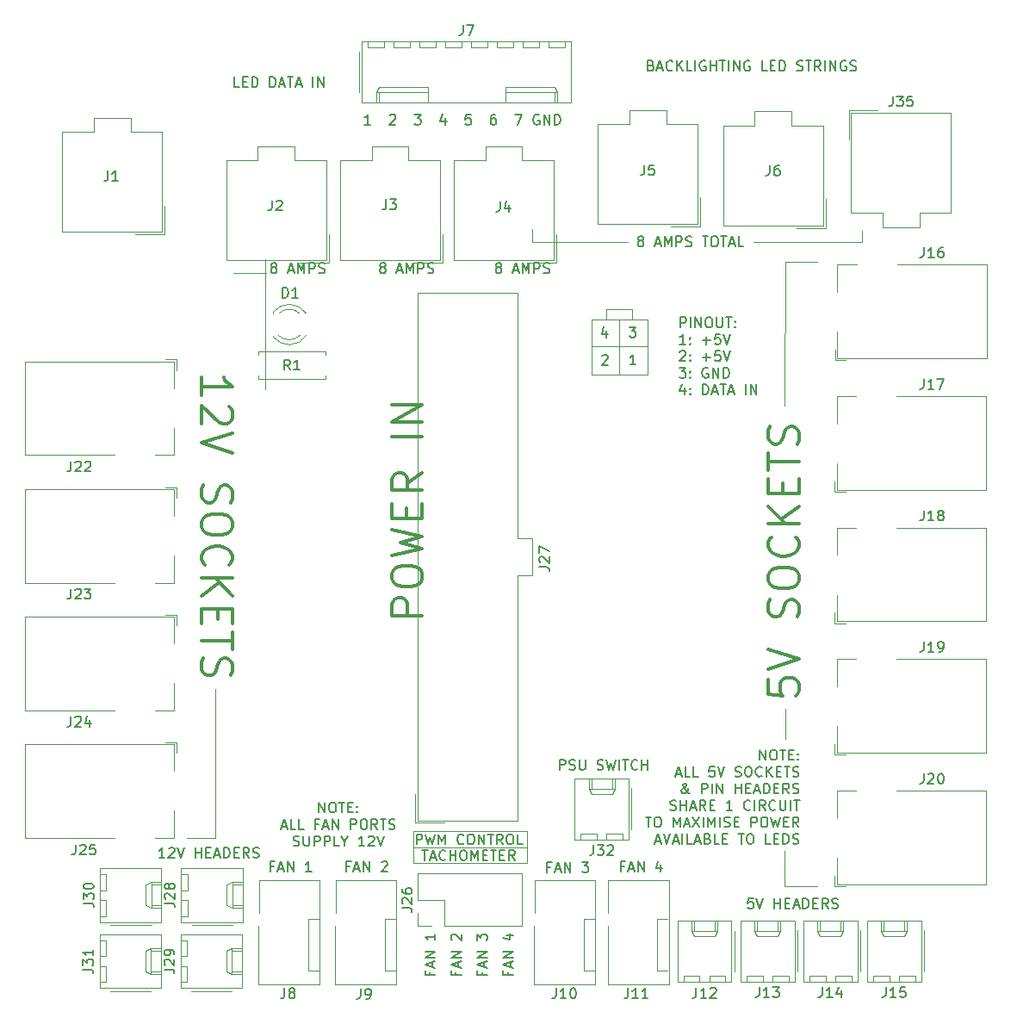
<source format=gbr>
%TF.GenerationSoftware,KiCad,Pcbnew,(5.1.5-0-10_14)*%
%TF.CreationDate,2021-10-24T14:27:30+10:00*%
%TF.ProjectId,Power Distro PCB V2,506f7765-7220-4446-9973-74726f205043,rev?*%
%TF.SameCoordinates,Original*%
%TF.FileFunction,Legend,Top*%
%TF.FilePolarity,Positive*%
%FSLAX46Y46*%
G04 Gerber Fmt 4.6, Leading zero omitted, Abs format (unit mm)*
G04 Created by KiCad (PCBNEW (5.1.5-0-10_14)) date 2021-10-24 14:27:30*
%MOMM*%
%LPD*%
G04 APERTURE LIST*
%ADD10C,0.150000*%
%ADD11C,0.120000*%
%ADD12C,0.300000*%
G04 APERTURE END LIST*
D10*
X40060571Y-92039866D02*
X40060571Y-92373200D01*
X40584380Y-92373200D02*
X39584380Y-92373200D01*
X39584380Y-91897009D01*
X40298666Y-91563676D02*
X40298666Y-91087485D01*
X40584380Y-91658914D02*
X39584380Y-91325580D01*
X40584380Y-90992247D01*
X40584380Y-90658914D02*
X39584380Y-90658914D01*
X40584380Y-90087485D01*
X39584380Y-90087485D01*
X40584380Y-88325580D02*
X40584380Y-88897009D01*
X40584380Y-88611295D02*
X39584380Y-88611295D01*
X39727238Y-88706533D01*
X39822476Y-88801771D01*
X39870095Y-88897009D01*
D11*
X59982000Y-26908000D02*
X59982000Y-27808000D01*
X57382000Y-26908000D02*
X59982000Y-26908000D01*
X57382000Y-27808000D02*
X57382000Y-26908000D01*
D10*
X52816666Y-72181980D02*
X52816666Y-71181980D01*
X53197619Y-71181980D01*
X53292857Y-71229600D01*
X53340476Y-71277219D01*
X53388095Y-71372457D01*
X53388095Y-71515314D01*
X53340476Y-71610552D01*
X53292857Y-71658171D01*
X53197619Y-71705790D01*
X52816666Y-71705790D01*
X53769047Y-72134361D02*
X53911904Y-72181980D01*
X54150000Y-72181980D01*
X54245238Y-72134361D01*
X54292857Y-72086742D01*
X54340476Y-71991504D01*
X54340476Y-71896266D01*
X54292857Y-71801028D01*
X54245238Y-71753409D01*
X54150000Y-71705790D01*
X53959523Y-71658171D01*
X53864285Y-71610552D01*
X53816666Y-71562933D01*
X53769047Y-71467695D01*
X53769047Y-71372457D01*
X53816666Y-71277219D01*
X53864285Y-71229600D01*
X53959523Y-71181980D01*
X54197619Y-71181980D01*
X54340476Y-71229600D01*
X54769047Y-71181980D02*
X54769047Y-71991504D01*
X54816666Y-72086742D01*
X54864285Y-72134361D01*
X54959523Y-72181980D01*
X55150000Y-72181980D01*
X55245238Y-72134361D01*
X55292857Y-72086742D01*
X55340476Y-71991504D01*
X55340476Y-71181980D01*
X56530952Y-72134361D02*
X56673809Y-72181980D01*
X56911904Y-72181980D01*
X57007142Y-72134361D01*
X57054761Y-72086742D01*
X57102380Y-71991504D01*
X57102380Y-71896266D01*
X57054761Y-71801028D01*
X57007142Y-71753409D01*
X56911904Y-71705790D01*
X56721428Y-71658171D01*
X56626190Y-71610552D01*
X56578571Y-71562933D01*
X56530952Y-71467695D01*
X56530952Y-71372457D01*
X56578571Y-71277219D01*
X56626190Y-71229600D01*
X56721428Y-71181980D01*
X56959523Y-71181980D01*
X57102380Y-71229600D01*
X57435714Y-71181980D02*
X57673809Y-72181980D01*
X57864285Y-71467695D01*
X58054761Y-72181980D01*
X58292857Y-71181980D01*
X58673809Y-72181980D02*
X58673809Y-71181980D01*
X59007142Y-71181980D02*
X59578571Y-71181980D01*
X59292857Y-72181980D02*
X59292857Y-71181980D01*
X60483333Y-72086742D02*
X60435714Y-72134361D01*
X60292857Y-72181980D01*
X60197619Y-72181980D01*
X60054761Y-72134361D01*
X59959523Y-72039123D01*
X59911904Y-71943885D01*
X59864285Y-71753409D01*
X59864285Y-71610552D01*
X59911904Y-71420076D01*
X59959523Y-71324838D01*
X60054761Y-71229600D01*
X60197619Y-71181980D01*
X60292857Y-71181980D01*
X60435714Y-71229600D01*
X60483333Y-71277219D01*
X60911904Y-72181980D02*
X60911904Y-71181980D01*
X60911904Y-71658171D02*
X61483333Y-71658171D01*
X61483333Y-72181980D02*
X61483333Y-71181980D01*
X14005466Y-80817980D02*
X13434038Y-80817980D01*
X13719752Y-80817980D02*
X13719752Y-79817980D01*
X13624514Y-79960838D01*
X13529276Y-80056076D01*
X13434038Y-80103695D01*
X14386419Y-79913219D02*
X14434038Y-79865600D01*
X14529276Y-79817980D01*
X14767371Y-79817980D01*
X14862609Y-79865600D01*
X14910228Y-79913219D01*
X14957847Y-80008457D01*
X14957847Y-80103695D01*
X14910228Y-80246552D01*
X14338800Y-80817980D01*
X14957847Y-80817980D01*
X15243561Y-79817980D02*
X15576895Y-80817980D01*
X15910228Y-79817980D01*
X17005466Y-80817980D02*
X17005466Y-79817980D01*
X17005466Y-80294171D02*
X17576895Y-80294171D01*
X17576895Y-80817980D02*
X17576895Y-79817980D01*
X18053085Y-80294171D02*
X18386419Y-80294171D01*
X18529276Y-80817980D02*
X18053085Y-80817980D01*
X18053085Y-79817980D01*
X18529276Y-79817980D01*
X18910228Y-80532266D02*
X19386419Y-80532266D01*
X18814990Y-80817980D02*
X19148323Y-79817980D01*
X19481657Y-80817980D01*
X19814990Y-80817980D02*
X19814990Y-79817980D01*
X20053085Y-79817980D01*
X20195942Y-79865600D01*
X20291180Y-79960838D01*
X20338800Y-80056076D01*
X20386419Y-80246552D01*
X20386419Y-80389409D01*
X20338800Y-80579885D01*
X20291180Y-80675123D01*
X20195942Y-80770361D01*
X20053085Y-80817980D01*
X19814990Y-80817980D01*
X20814990Y-80294171D02*
X21148323Y-80294171D01*
X21291180Y-80817980D02*
X20814990Y-80817980D01*
X20814990Y-79817980D01*
X21291180Y-79817980D01*
X22291180Y-80817980D02*
X21957847Y-80341790D01*
X21719752Y-80817980D02*
X21719752Y-79817980D01*
X22100704Y-79817980D01*
X22195942Y-79865600D01*
X22243561Y-79913219D01*
X22291180Y-80008457D01*
X22291180Y-80151314D01*
X22243561Y-80246552D01*
X22195942Y-80294171D01*
X22100704Y-80341790D01*
X21719752Y-80341790D01*
X22672133Y-80770361D02*
X22814990Y-80817980D01*
X23053085Y-80817980D01*
X23148323Y-80770361D01*
X23195942Y-80722742D01*
X23243561Y-80627504D01*
X23243561Y-80532266D01*
X23195942Y-80437028D01*
X23148323Y-80389409D01*
X23053085Y-80341790D01*
X22862609Y-80294171D01*
X22767371Y-80246552D01*
X22719752Y-80198933D01*
X22672133Y-80103695D01*
X22672133Y-80008457D01*
X22719752Y-79913219D01*
X22767371Y-79865600D01*
X22862609Y-79817980D01*
X23100704Y-79817980D01*
X23243561Y-79865600D01*
D11*
X50127000Y-20297000D02*
X50127000Y-19028600D01*
X59507000Y-20272200D02*
X50127000Y-20297000D01*
X82527000Y-20323000D02*
X82527000Y-19154600D01*
X71851400Y-20323000D02*
X82527000Y-20323000D01*
D10*
X60701419Y-20153152D02*
X60606180Y-20105533D01*
X60558561Y-20057914D01*
X60510942Y-19962676D01*
X60510942Y-19915057D01*
X60558561Y-19819819D01*
X60606180Y-19772200D01*
X60701419Y-19724580D01*
X60891895Y-19724580D01*
X60987133Y-19772200D01*
X61034752Y-19819819D01*
X61082371Y-19915057D01*
X61082371Y-19962676D01*
X61034752Y-20057914D01*
X60987133Y-20105533D01*
X60891895Y-20153152D01*
X60701419Y-20153152D01*
X60606180Y-20200771D01*
X60558561Y-20248390D01*
X60510942Y-20343628D01*
X60510942Y-20534104D01*
X60558561Y-20629342D01*
X60606180Y-20676961D01*
X60701419Y-20724580D01*
X60891895Y-20724580D01*
X60987133Y-20676961D01*
X61034752Y-20629342D01*
X61082371Y-20534104D01*
X61082371Y-20343628D01*
X61034752Y-20248390D01*
X60987133Y-20200771D01*
X60891895Y-20153152D01*
X62225228Y-20438866D02*
X62701419Y-20438866D01*
X62129990Y-20724580D02*
X62463323Y-19724580D01*
X62796657Y-20724580D01*
X63129990Y-20724580D02*
X63129990Y-19724580D01*
X63463323Y-20438866D01*
X63796657Y-19724580D01*
X63796657Y-20724580D01*
X64272847Y-20724580D02*
X64272847Y-19724580D01*
X64653800Y-19724580D01*
X64749038Y-19772200D01*
X64796657Y-19819819D01*
X64844276Y-19915057D01*
X64844276Y-20057914D01*
X64796657Y-20153152D01*
X64749038Y-20200771D01*
X64653800Y-20248390D01*
X64272847Y-20248390D01*
X65225228Y-20676961D02*
X65368085Y-20724580D01*
X65606180Y-20724580D01*
X65701419Y-20676961D01*
X65749038Y-20629342D01*
X65796657Y-20534104D01*
X65796657Y-20438866D01*
X65749038Y-20343628D01*
X65701419Y-20296009D01*
X65606180Y-20248390D01*
X65415704Y-20200771D01*
X65320466Y-20153152D01*
X65272847Y-20105533D01*
X65225228Y-20010295D01*
X65225228Y-19915057D01*
X65272847Y-19819819D01*
X65320466Y-19772200D01*
X65415704Y-19724580D01*
X65653800Y-19724580D01*
X65796657Y-19772200D01*
X66844276Y-19724580D02*
X67415704Y-19724580D01*
X67129990Y-20724580D02*
X67129990Y-19724580D01*
X67939514Y-19724580D02*
X68129990Y-19724580D01*
X68225228Y-19772200D01*
X68320466Y-19867438D01*
X68368085Y-20057914D01*
X68368085Y-20391247D01*
X68320466Y-20581723D01*
X68225228Y-20676961D01*
X68129990Y-20724580D01*
X67939514Y-20724580D01*
X67844276Y-20676961D01*
X67749038Y-20581723D01*
X67701419Y-20391247D01*
X67701419Y-20057914D01*
X67749038Y-19867438D01*
X67844276Y-19772200D01*
X67939514Y-19724580D01*
X68653800Y-19724580D02*
X69225228Y-19724580D01*
X68939514Y-20724580D02*
X68939514Y-19724580D01*
X69510942Y-20438866D02*
X69987133Y-20438866D01*
X69415704Y-20724580D02*
X69749038Y-19724580D01*
X70082371Y-20724580D01*
X70891895Y-20724580D02*
X70415704Y-20724580D01*
X70415704Y-19724580D01*
X46727619Y-22771952D02*
X46632380Y-22724333D01*
X46584761Y-22676714D01*
X46537142Y-22581476D01*
X46537142Y-22533857D01*
X46584761Y-22438619D01*
X46632380Y-22391000D01*
X46727619Y-22343380D01*
X46918095Y-22343380D01*
X47013333Y-22391000D01*
X47060952Y-22438619D01*
X47108571Y-22533857D01*
X47108571Y-22581476D01*
X47060952Y-22676714D01*
X47013333Y-22724333D01*
X46918095Y-22771952D01*
X46727619Y-22771952D01*
X46632380Y-22819571D01*
X46584761Y-22867190D01*
X46537142Y-22962428D01*
X46537142Y-23152904D01*
X46584761Y-23248142D01*
X46632380Y-23295761D01*
X46727619Y-23343380D01*
X46918095Y-23343380D01*
X47013333Y-23295761D01*
X47060952Y-23248142D01*
X47108571Y-23152904D01*
X47108571Y-22962428D01*
X47060952Y-22867190D01*
X47013333Y-22819571D01*
X46918095Y-22771952D01*
X48251428Y-23057666D02*
X48727619Y-23057666D01*
X48156190Y-23343380D02*
X48489523Y-22343380D01*
X48822857Y-23343380D01*
X49156190Y-23343380D02*
X49156190Y-22343380D01*
X49489523Y-23057666D01*
X49822857Y-22343380D01*
X49822857Y-23343380D01*
X50299047Y-23343380D02*
X50299047Y-22343380D01*
X50680000Y-22343380D01*
X50775238Y-22391000D01*
X50822857Y-22438619D01*
X50870476Y-22533857D01*
X50870476Y-22676714D01*
X50822857Y-22771952D01*
X50775238Y-22819571D01*
X50680000Y-22867190D01*
X50299047Y-22867190D01*
X51251428Y-23295761D02*
X51394285Y-23343380D01*
X51632380Y-23343380D01*
X51727619Y-23295761D01*
X51775238Y-23248142D01*
X51822857Y-23152904D01*
X51822857Y-23057666D01*
X51775238Y-22962428D01*
X51727619Y-22914809D01*
X51632380Y-22867190D01*
X51441904Y-22819571D01*
X51346666Y-22771952D01*
X51299047Y-22724333D01*
X51251428Y-22629095D01*
X51251428Y-22533857D01*
X51299047Y-22438619D01*
X51346666Y-22391000D01*
X51441904Y-22343380D01*
X51680000Y-22343380D01*
X51822857Y-22391000D01*
X35327619Y-22771952D02*
X35232380Y-22724333D01*
X35184761Y-22676714D01*
X35137142Y-22581476D01*
X35137142Y-22533857D01*
X35184761Y-22438619D01*
X35232380Y-22391000D01*
X35327619Y-22343380D01*
X35518095Y-22343380D01*
X35613333Y-22391000D01*
X35660952Y-22438619D01*
X35708571Y-22533857D01*
X35708571Y-22581476D01*
X35660952Y-22676714D01*
X35613333Y-22724333D01*
X35518095Y-22771952D01*
X35327619Y-22771952D01*
X35232380Y-22819571D01*
X35184761Y-22867190D01*
X35137142Y-22962428D01*
X35137142Y-23152904D01*
X35184761Y-23248142D01*
X35232380Y-23295761D01*
X35327619Y-23343380D01*
X35518095Y-23343380D01*
X35613333Y-23295761D01*
X35660952Y-23248142D01*
X35708571Y-23152904D01*
X35708571Y-22962428D01*
X35660952Y-22867190D01*
X35613333Y-22819571D01*
X35518095Y-22771952D01*
X36851428Y-23057666D02*
X37327619Y-23057666D01*
X36756190Y-23343380D02*
X37089523Y-22343380D01*
X37422857Y-23343380D01*
X37756190Y-23343380D02*
X37756190Y-22343380D01*
X38089523Y-23057666D01*
X38422857Y-22343380D01*
X38422857Y-23343380D01*
X38899047Y-23343380D02*
X38899047Y-22343380D01*
X39280000Y-22343380D01*
X39375238Y-22391000D01*
X39422857Y-22438619D01*
X39470476Y-22533857D01*
X39470476Y-22676714D01*
X39422857Y-22771952D01*
X39375238Y-22819571D01*
X39280000Y-22867190D01*
X38899047Y-22867190D01*
X39851428Y-23295761D02*
X39994285Y-23343380D01*
X40232380Y-23343380D01*
X40327619Y-23295761D01*
X40375238Y-23248142D01*
X40422857Y-23152904D01*
X40422857Y-23057666D01*
X40375238Y-22962428D01*
X40327619Y-22914809D01*
X40232380Y-22867190D01*
X40041904Y-22819571D01*
X39946666Y-22771952D01*
X39899047Y-22724333D01*
X39851428Y-22629095D01*
X39851428Y-22533857D01*
X39899047Y-22438619D01*
X39946666Y-22391000D01*
X40041904Y-22343380D01*
X40280000Y-22343380D01*
X40422857Y-22391000D01*
X24627619Y-22771952D02*
X24532380Y-22724333D01*
X24484761Y-22676714D01*
X24437142Y-22581476D01*
X24437142Y-22533857D01*
X24484761Y-22438619D01*
X24532380Y-22391000D01*
X24627619Y-22343380D01*
X24818095Y-22343380D01*
X24913333Y-22391000D01*
X24960952Y-22438619D01*
X25008571Y-22533857D01*
X25008571Y-22581476D01*
X24960952Y-22676714D01*
X24913333Y-22724333D01*
X24818095Y-22771952D01*
X24627619Y-22771952D01*
X24532380Y-22819571D01*
X24484761Y-22867190D01*
X24437142Y-22962428D01*
X24437142Y-23152904D01*
X24484761Y-23248142D01*
X24532380Y-23295761D01*
X24627619Y-23343380D01*
X24818095Y-23343380D01*
X24913333Y-23295761D01*
X24960952Y-23248142D01*
X25008571Y-23152904D01*
X25008571Y-22962428D01*
X24960952Y-22867190D01*
X24913333Y-22819571D01*
X24818095Y-22771952D01*
X26151428Y-23057666D02*
X26627619Y-23057666D01*
X26056190Y-23343380D02*
X26389523Y-22343380D01*
X26722857Y-23343380D01*
X27056190Y-23343380D02*
X27056190Y-22343380D01*
X27389523Y-23057666D01*
X27722857Y-22343380D01*
X27722857Y-23343380D01*
X28199047Y-23343380D02*
X28199047Y-22343380D01*
X28580000Y-22343380D01*
X28675238Y-22391000D01*
X28722857Y-22438619D01*
X28770476Y-22533857D01*
X28770476Y-22676714D01*
X28722857Y-22771952D01*
X28675238Y-22819571D01*
X28580000Y-22867190D01*
X28199047Y-22867190D01*
X29151428Y-23295761D02*
X29294285Y-23343380D01*
X29532380Y-23343380D01*
X29627619Y-23295761D01*
X29675238Y-23248142D01*
X29722857Y-23152904D01*
X29722857Y-23057666D01*
X29675238Y-22962428D01*
X29627619Y-22914809D01*
X29532380Y-22867190D01*
X29341904Y-22819571D01*
X29246666Y-22771952D01*
X29199047Y-22724333D01*
X29151428Y-22629095D01*
X29151428Y-22533857D01*
X29199047Y-22438619D01*
X29246666Y-22391000D01*
X29341904Y-22343380D01*
X29580000Y-22343380D01*
X29722857Y-22391000D01*
X64686595Y-28683380D02*
X64686595Y-27683380D01*
X65067547Y-27683380D01*
X65162785Y-27731000D01*
X65210404Y-27778619D01*
X65258023Y-27873857D01*
X65258023Y-28016714D01*
X65210404Y-28111952D01*
X65162785Y-28159571D01*
X65067547Y-28207190D01*
X64686595Y-28207190D01*
X65686595Y-28683380D02*
X65686595Y-27683380D01*
X66162785Y-28683380D02*
X66162785Y-27683380D01*
X66734214Y-28683380D01*
X66734214Y-27683380D01*
X67400880Y-27683380D02*
X67591357Y-27683380D01*
X67686595Y-27731000D01*
X67781833Y-27826238D01*
X67829452Y-28016714D01*
X67829452Y-28350047D01*
X67781833Y-28540523D01*
X67686595Y-28635761D01*
X67591357Y-28683380D01*
X67400880Y-28683380D01*
X67305642Y-28635761D01*
X67210404Y-28540523D01*
X67162785Y-28350047D01*
X67162785Y-28016714D01*
X67210404Y-27826238D01*
X67305642Y-27731000D01*
X67400880Y-27683380D01*
X68258023Y-27683380D02*
X68258023Y-28492904D01*
X68305642Y-28588142D01*
X68353261Y-28635761D01*
X68448500Y-28683380D01*
X68638976Y-28683380D01*
X68734214Y-28635761D01*
X68781833Y-28588142D01*
X68829452Y-28492904D01*
X68829452Y-27683380D01*
X69162785Y-27683380D02*
X69734214Y-27683380D01*
X69448500Y-28683380D02*
X69448500Y-27683380D01*
X70067547Y-28588142D02*
X70115166Y-28635761D01*
X70067547Y-28683380D01*
X70019928Y-28635761D01*
X70067547Y-28588142D01*
X70067547Y-28683380D01*
X70067547Y-28064333D02*
X70115166Y-28111952D01*
X70067547Y-28159571D01*
X70019928Y-28111952D01*
X70067547Y-28064333D01*
X70067547Y-28159571D01*
X65210404Y-30333380D02*
X64638976Y-30333380D01*
X64924690Y-30333380D02*
X64924690Y-29333380D01*
X64829452Y-29476238D01*
X64734214Y-29571476D01*
X64638976Y-29619095D01*
X65638976Y-30238142D02*
X65686595Y-30285761D01*
X65638976Y-30333380D01*
X65591357Y-30285761D01*
X65638976Y-30238142D01*
X65638976Y-30333380D01*
X65638976Y-29714333D02*
X65686595Y-29761952D01*
X65638976Y-29809571D01*
X65591357Y-29761952D01*
X65638976Y-29714333D01*
X65638976Y-29809571D01*
X66877071Y-29952428D02*
X67638976Y-29952428D01*
X67258023Y-30333380D02*
X67258023Y-29571476D01*
X68591357Y-29333380D02*
X68115166Y-29333380D01*
X68067547Y-29809571D01*
X68115166Y-29761952D01*
X68210404Y-29714333D01*
X68448500Y-29714333D01*
X68543738Y-29761952D01*
X68591357Y-29809571D01*
X68638976Y-29904809D01*
X68638976Y-30142904D01*
X68591357Y-30238142D01*
X68543738Y-30285761D01*
X68448500Y-30333380D01*
X68210404Y-30333380D01*
X68115166Y-30285761D01*
X68067547Y-30238142D01*
X68924690Y-29333380D02*
X69258023Y-30333380D01*
X69591357Y-29333380D01*
X64638976Y-31078619D02*
X64686595Y-31031000D01*
X64781833Y-30983380D01*
X65019928Y-30983380D01*
X65115166Y-31031000D01*
X65162785Y-31078619D01*
X65210404Y-31173857D01*
X65210404Y-31269095D01*
X65162785Y-31411952D01*
X64591357Y-31983380D01*
X65210404Y-31983380D01*
X65638976Y-31888142D02*
X65686595Y-31935761D01*
X65638976Y-31983380D01*
X65591357Y-31935761D01*
X65638976Y-31888142D01*
X65638976Y-31983380D01*
X65638976Y-31364333D02*
X65686595Y-31411952D01*
X65638976Y-31459571D01*
X65591357Y-31411952D01*
X65638976Y-31364333D01*
X65638976Y-31459571D01*
X66877071Y-31602428D02*
X67638976Y-31602428D01*
X67258023Y-31983380D02*
X67258023Y-31221476D01*
X68591357Y-30983380D02*
X68115166Y-30983380D01*
X68067547Y-31459571D01*
X68115166Y-31411952D01*
X68210404Y-31364333D01*
X68448500Y-31364333D01*
X68543738Y-31411952D01*
X68591357Y-31459571D01*
X68638976Y-31554809D01*
X68638976Y-31792904D01*
X68591357Y-31888142D01*
X68543738Y-31935761D01*
X68448500Y-31983380D01*
X68210404Y-31983380D01*
X68115166Y-31935761D01*
X68067547Y-31888142D01*
X68924690Y-30983380D02*
X69258023Y-31983380D01*
X69591357Y-30983380D01*
X64591357Y-32633380D02*
X65210404Y-32633380D01*
X64877071Y-33014333D01*
X65019928Y-33014333D01*
X65115166Y-33061952D01*
X65162785Y-33109571D01*
X65210404Y-33204809D01*
X65210404Y-33442904D01*
X65162785Y-33538142D01*
X65115166Y-33585761D01*
X65019928Y-33633380D01*
X64734214Y-33633380D01*
X64638976Y-33585761D01*
X64591357Y-33538142D01*
X65638976Y-33538142D02*
X65686595Y-33585761D01*
X65638976Y-33633380D01*
X65591357Y-33585761D01*
X65638976Y-33538142D01*
X65638976Y-33633380D01*
X65638976Y-33014333D02*
X65686595Y-33061952D01*
X65638976Y-33109571D01*
X65591357Y-33061952D01*
X65638976Y-33014333D01*
X65638976Y-33109571D01*
X67400880Y-32681000D02*
X67305642Y-32633380D01*
X67162785Y-32633380D01*
X67019928Y-32681000D01*
X66924690Y-32776238D01*
X66877071Y-32871476D01*
X66829452Y-33061952D01*
X66829452Y-33204809D01*
X66877071Y-33395285D01*
X66924690Y-33490523D01*
X67019928Y-33585761D01*
X67162785Y-33633380D01*
X67258023Y-33633380D01*
X67400880Y-33585761D01*
X67448500Y-33538142D01*
X67448500Y-33204809D01*
X67258023Y-33204809D01*
X67877071Y-33633380D02*
X67877071Y-32633380D01*
X68448500Y-33633380D01*
X68448500Y-32633380D01*
X68924690Y-33633380D02*
X68924690Y-32633380D01*
X69162785Y-32633380D01*
X69305642Y-32681000D01*
X69400880Y-32776238D01*
X69448500Y-32871476D01*
X69496119Y-33061952D01*
X69496119Y-33204809D01*
X69448500Y-33395285D01*
X69400880Y-33490523D01*
X69305642Y-33585761D01*
X69162785Y-33633380D01*
X68924690Y-33633380D01*
X65115166Y-34616714D02*
X65115166Y-35283380D01*
X64877071Y-34235761D02*
X64638976Y-34950047D01*
X65258023Y-34950047D01*
X65638976Y-35188142D02*
X65686595Y-35235761D01*
X65638976Y-35283380D01*
X65591357Y-35235761D01*
X65638976Y-35188142D01*
X65638976Y-35283380D01*
X65638976Y-34664333D02*
X65686595Y-34711952D01*
X65638976Y-34759571D01*
X65591357Y-34711952D01*
X65638976Y-34664333D01*
X65638976Y-34759571D01*
X66877071Y-35283380D02*
X66877071Y-34283380D01*
X67115166Y-34283380D01*
X67258023Y-34331000D01*
X67353261Y-34426238D01*
X67400880Y-34521476D01*
X67448500Y-34711952D01*
X67448500Y-34854809D01*
X67400880Y-35045285D01*
X67353261Y-35140523D01*
X67258023Y-35235761D01*
X67115166Y-35283380D01*
X66877071Y-35283380D01*
X67829452Y-34997666D02*
X68305642Y-34997666D01*
X67734214Y-35283380D02*
X68067547Y-34283380D01*
X68400880Y-35283380D01*
X68591357Y-34283380D02*
X69162785Y-34283380D01*
X68877071Y-35283380D02*
X68877071Y-34283380D01*
X69448500Y-34997666D02*
X69924690Y-34997666D01*
X69353261Y-35283380D02*
X69686595Y-34283380D01*
X70019928Y-35283380D01*
X71115166Y-35283380D02*
X71115166Y-34283380D01*
X71591357Y-35283380D02*
X71591357Y-34283380D01*
X72162785Y-35283380D01*
X72162785Y-34283380D01*
X57420076Y-28981314D02*
X57420076Y-29647980D01*
X57181980Y-28600361D02*
X56943885Y-29314647D01*
X57562933Y-29314647D01*
X59690266Y-28647980D02*
X60309314Y-28647980D01*
X59975980Y-29028933D01*
X60118838Y-29028933D01*
X60214076Y-29076552D01*
X60261695Y-29124171D01*
X60309314Y-29219409D01*
X60309314Y-29457504D01*
X60261695Y-29552742D01*
X60214076Y-29600361D01*
X60118838Y-29647980D01*
X59833123Y-29647980D01*
X59737885Y-29600361D01*
X59690266Y-29552742D01*
X56994685Y-31486419D02*
X57042304Y-31438800D01*
X57137542Y-31391180D01*
X57375638Y-31391180D01*
X57470876Y-31438800D01*
X57518495Y-31486419D01*
X57566114Y-31581657D01*
X57566114Y-31676895D01*
X57518495Y-31819752D01*
X56947066Y-32391180D01*
X57566114Y-32391180D01*
X60309314Y-32340380D02*
X59737885Y-32340380D01*
X60023600Y-32340380D02*
X60023600Y-31340380D01*
X59928361Y-31483238D01*
X59833123Y-31578476D01*
X59737885Y-31626095D01*
D11*
X61446000Y-30516400D02*
X55959600Y-30516400D01*
X58652000Y-27874800D02*
X58652000Y-33259600D01*
X61446000Y-27874800D02*
X55959600Y-27874800D01*
X61446000Y-33310400D02*
X61446000Y-27874800D01*
X55959600Y-33310400D02*
X61446000Y-33310400D01*
X55959600Y-27874800D02*
X55959600Y-33310400D01*
X74930000Y-83616800D02*
X78181200Y-83616800D01*
X74930000Y-80111600D02*
X74930000Y-83616800D01*
X75000000Y-66200000D02*
X74980800Y-69138800D01*
X74980800Y-22237200D02*
X78130400Y-22237200D01*
X74930000Y-36410400D02*
X74980800Y-22237200D01*
X18999200Y-78892400D02*
X16154400Y-78892400D01*
X18999200Y-64262000D02*
X18999200Y-78892400D01*
X23977600Y-23345400D02*
X20777200Y-23345400D01*
X23853000Y-34794000D02*
X23850600Y-21948400D01*
D12*
X39304742Y-56991542D02*
X36304742Y-56991542D01*
X36304742Y-55848685D01*
X36447600Y-55562971D01*
X36590457Y-55420114D01*
X36876171Y-55277257D01*
X37304742Y-55277257D01*
X37590457Y-55420114D01*
X37733314Y-55562971D01*
X37876171Y-55848685D01*
X37876171Y-56991542D01*
X36304742Y-53420114D02*
X36304742Y-52848685D01*
X36447600Y-52562971D01*
X36733314Y-52277257D01*
X37304742Y-52134400D01*
X38304742Y-52134400D01*
X38876171Y-52277257D01*
X39161885Y-52562971D01*
X39304742Y-52848685D01*
X39304742Y-53420114D01*
X39161885Y-53705828D01*
X38876171Y-53991542D01*
X38304742Y-54134400D01*
X37304742Y-54134400D01*
X36733314Y-53991542D01*
X36447600Y-53705828D01*
X36304742Y-53420114D01*
X36304742Y-51134400D02*
X39304742Y-50420114D01*
X37161885Y-49848685D01*
X39304742Y-49277257D01*
X36304742Y-48562971D01*
X37733314Y-47420114D02*
X37733314Y-46420114D01*
X39304742Y-45991542D02*
X39304742Y-47420114D01*
X36304742Y-47420114D01*
X36304742Y-45991542D01*
X39304742Y-42991542D02*
X37876171Y-43991542D01*
X39304742Y-44705828D02*
X36304742Y-44705828D01*
X36304742Y-43562971D01*
X36447600Y-43277257D01*
X36590457Y-43134400D01*
X36876171Y-42991542D01*
X37304742Y-42991542D01*
X37590457Y-43134400D01*
X37733314Y-43277257D01*
X37876171Y-43562971D01*
X37876171Y-44705828D01*
X39304742Y-39420114D02*
X36304742Y-39420114D01*
X39304742Y-37991542D02*
X36304742Y-37991542D01*
X39304742Y-36277257D01*
X36304742Y-36277257D01*
D10*
X72508900Y-71206580D02*
X72508900Y-70206580D01*
X73080328Y-71206580D01*
X73080328Y-70206580D01*
X73746995Y-70206580D02*
X73937471Y-70206580D01*
X74032709Y-70254200D01*
X74127947Y-70349438D01*
X74175566Y-70539914D01*
X74175566Y-70873247D01*
X74127947Y-71063723D01*
X74032709Y-71158961D01*
X73937471Y-71206580D01*
X73746995Y-71206580D01*
X73651757Y-71158961D01*
X73556519Y-71063723D01*
X73508900Y-70873247D01*
X73508900Y-70539914D01*
X73556519Y-70349438D01*
X73651757Y-70254200D01*
X73746995Y-70206580D01*
X74461280Y-70206580D02*
X75032709Y-70206580D01*
X74746995Y-71206580D02*
X74746995Y-70206580D01*
X75366042Y-70682771D02*
X75699376Y-70682771D01*
X75842233Y-71206580D02*
X75366042Y-71206580D01*
X75366042Y-70206580D01*
X75842233Y-70206580D01*
X76270804Y-71111342D02*
X76318423Y-71158961D01*
X76270804Y-71206580D01*
X76223185Y-71158961D01*
X76270804Y-71111342D01*
X76270804Y-71206580D01*
X76270804Y-70587533D02*
X76318423Y-70635152D01*
X76270804Y-70682771D01*
X76223185Y-70635152D01*
X76270804Y-70587533D01*
X76270804Y-70682771D01*
X64270804Y-72570866D02*
X64746995Y-72570866D01*
X64175566Y-72856580D02*
X64508899Y-71856580D01*
X64842233Y-72856580D01*
X65651757Y-72856580D02*
X65175566Y-72856580D01*
X65175566Y-71856580D01*
X66461280Y-72856580D02*
X65985090Y-72856580D01*
X65985090Y-71856580D01*
X68032709Y-71856580D02*
X67556519Y-71856580D01*
X67508900Y-72332771D01*
X67556519Y-72285152D01*
X67651757Y-72237533D01*
X67889852Y-72237533D01*
X67985090Y-72285152D01*
X68032709Y-72332771D01*
X68080328Y-72428009D01*
X68080328Y-72666104D01*
X68032709Y-72761342D01*
X67985090Y-72808961D01*
X67889852Y-72856580D01*
X67651757Y-72856580D01*
X67556519Y-72808961D01*
X67508900Y-72761342D01*
X68366042Y-71856580D02*
X68699376Y-72856580D01*
X69032709Y-71856580D01*
X70080328Y-72808961D02*
X70223185Y-72856580D01*
X70461280Y-72856580D01*
X70556519Y-72808961D01*
X70604138Y-72761342D01*
X70651757Y-72666104D01*
X70651757Y-72570866D01*
X70604138Y-72475628D01*
X70556519Y-72428009D01*
X70461280Y-72380390D01*
X70270804Y-72332771D01*
X70175566Y-72285152D01*
X70127947Y-72237533D01*
X70080328Y-72142295D01*
X70080328Y-72047057D01*
X70127947Y-71951819D01*
X70175566Y-71904200D01*
X70270804Y-71856580D01*
X70508900Y-71856580D01*
X70651757Y-71904200D01*
X71270804Y-71856580D02*
X71461280Y-71856580D01*
X71556519Y-71904200D01*
X71651757Y-71999438D01*
X71699376Y-72189914D01*
X71699376Y-72523247D01*
X71651757Y-72713723D01*
X71556519Y-72808961D01*
X71461280Y-72856580D01*
X71270804Y-72856580D01*
X71175566Y-72808961D01*
X71080328Y-72713723D01*
X71032709Y-72523247D01*
X71032709Y-72189914D01*
X71080328Y-71999438D01*
X71175566Y-71904200D01*
X71270804Y-71856580D01*
X72699376Y-72761342D02*
X72651757Y-72808961D01*
X72508900Y-72856580D01*
X72413661Y-72856580D01*
X72270804Y-72808961D01*
X72175566Y-72713723D01*
X72127947Y-72618485D01*
X72080328Y-72428009D01*
X72080328Y-72285152D01*
X72127947Y-72094676D01*
X72175566Y-71999438D01*
X72270804Y-71904200D01*
X72413661Y-71856580D01*
X72508900Y-71856580D01*
X72651757Y-71904200D01*
X72699376Y-71951819D01*
X73127947Y-72856580D02*
X73127947Y-71856580D01*
X73699376Y-72856580D02*
X73270804Y-72285152D01*
X73699376Y-71856580D02*
X73127947Y-72428009D01*
X74127947Y-72332771D02*
X74461280Y-72332771D01*
X74604138Y-72856580D02*
X74127947Y-72856580D01*
X74127947Y-71856580D01*
X74604138Y-71856580D01*
X74889852Y-71856580D02*
X75461280Y-71856580D01*
X75175566Y-72856580D02*
X75175566Y-71856580D01*
X75746995Y-72808961D02*
X75889852Y-72856580D01*
X76127947Y-72856580D01*
X76223185Y-72808961D01*
X76270804Y-72761342D01*
X76318423Y-72666104D01*
X76318423Y-72570866D01*
X76270804Y-72475628D01*
X76223185Y-72428009D01*
X76127947Y-72380390D01*
X75937471Y-72332771D01*
X75842233Y-72285152D01*
X75794614Y-72237533D01*
X75746995Y-72142295D01*
X75746995Y-72047057D01*
X75794614Y-71951819D01*
X75842233Y-71904200D01*
X75937471Y-71856580D01*
X76175566Y-71856580D01*
X76318423Y-71904200D01*
X65604138Y-74506580D02*
X65556519Y-74506580D01*
X65461280Y-74458961D01*
X65318423Y-74316104D01*
X65080328Y-74030390D01*
X64985090Y-73887533D01*
X64937471Y-73744676D01*
X64937471Y-73649438D01*
X64985090Y-73554200D01*
X65080328Y-73506580D01*
X65127947Y-73506580D01*
X65223185Y-73554200D01*
X65270804Y-73649438D01*
X65270804Y-73697057D01*
X65223185Y-73792295D01*
X65175566Y-73839914D01*
X64889852Y-74030390D01*
X64842233Y-74078009D01*
X64794614Y-74173247D01*
X64794614Y-74316104D01*
X64842233Y-74411342D01*
X64889852Y-74458961D01*
X64985090Y-74506580D01*
X65127947Y-74506580D01*
X65223185Y-74458961D01*
X65270804Y-74411342D01*
X65413661Y-74220866D01*
X65461280Y-74078009D01*
X65461280Y-73982771D01*
X66794614Y-74506580D02*
X66794614Y-73506580D01*
X67175566Y-73506580D01*
X67270804Y-73554200D01*
X67318423Y-73601819D01*
X67366042Y-73697057D01*
X67366042Y-73839914D01*
X67318423Y-73935152D01*
X67270804Y-73982771D01*
X67175566Y-74030390D01*
X66794614Y-74030390D01*
X67794614Y-74506580D02*
X67794614Y-73506580D01*
X68270804Y-74506580D02*
X68270804Y-73506580D01*
X68842233Y-74506580D01*
X68842233Y-73506580D01*
X70080328Y-74506580D02*
X70080328Y-73506580D01*
X70080328Y-73982771D02*
X70651757Y-73982771D01*
X70651757Y-74506580D02*
X70651757Y-73506580D01*
X71127947Y-73982771D02*
X71461280Y-73982771D01*
X71604138Y-74506580D02*
X71127947Y-74506580D01*
X71127947Y-73506580D01*
X71604138Y-73506580D01*
X71985090Y-74220866D02*
X72461280Y-74220866D01*
X71889852Y-74506580D02*
X72223185Y-73506580D01*
X72556519Y-74506580D01*
X72889852Y-74506580D02*
X72889852Y-73506580D01*
X73127947Y-73506580D01*
X73270804Y-73554200D01*
X73366042Y-73649438D01*
X73413661Y-73744676D01*
X73461280Y-73935152D01*
X73461280Y-74078009D01*
X73413661Y-74268485D01*
X73366042Y-74363723D01*
X73270804Y-74458961D01*
X73127947Y-74506580D01*
X72889852Y-74506580D01*
X73889852Y-73982771D02*
X74223185Y-73982771D01*
X74366042Y-74506580D02*
X73889852Y-74506580D01*
X73889852Y-73506580D01*
X74366042Y-73506580D01*
X75366042Y-74506580D02*
X75032709Y-74030390D01*
X74794614Y-74506580D02*
X74794614Y-73506580D01*
X75175566Y-73506580D01*
X75270804Y-73554200D01*
X75318423Y-73601819D01*
X75366042Y-73697057D01*
X75366042Y-73839914D01*
X75318423Y-73935152D01*
X75270804Y-73982771D01*
X75175566Y-74030390D01*
X74794614Y-74030390D01*
X75746995Y-74458961D02*
X75889852Y-74506580D01*
X76127947Y-74506580D01*
X76223185Y-74458961D01*
X76270804Y-74411342D01*
X76318423Y-74316104D01*
X76318423Y-74220866D01*
X76270804Y-74125628D01*
X76223185Y-74078009D01*
X76127947Y-74030390D01*
X75937471Y-73982771D01*
X75842233Y-73935152D01*
X75794614Y-73887533D01*
X75746995Y-73792295D01*
X75746995Y-73697057D01*
X75794614Y-73601819D01*
X75842233Y-73554200D01*
X75937471Y-73506580D01*
X76175566Y-73506580D01*
X76318423Y-73554200D01*
X63699376Y-76108961D02*
X63842233Y-76156580D01*
X64080328Y-76156580D01*
X64175566Y-76108961D01*
X64223185Y-76061342D01*
X64270804Y-75966104D01*
X64270804Y-75870866D01*
X64223185Y-75775628D01*
X64175566Y-75728009D01*
X64080328Y-75680390D01*
X63889852Y-75632771D01*
X63794614Y-75585152D01*
X63746995Y-75537533D01*
X63699376Y-75442295D01*
X63699376Y-75347057D01*
X63746995Y-75251819D01*
X63794614Y-75204200D01*
X63889852Y-75156580D01*
X64127947Y-75156580D01*
X64270804Y-75204200D01*
X64699376Y-76156580D02*
X64699376Y-75156580D01*
X64699376Y-75632771D02*
X65270804Y-75632771D01*
X65270804Y-76156580D02*
X65270804Y-75156580D01*
X65699376Y-75870866D02*
X66175566Y-75870866D01*
X65604138Y-76156580D02*
X65937471Y-75156580D01*
X66270804Y-76156580D01*
X67175566Y-76156580D02*
X66842233Y-75680390D01*
X66604138Y-76156580D02*
X66604138Y-75156580D01*
X66985090Y-75156580D01*
X67080328Y-75204200D01*
X67127947Y-75251819D01*
X67175566Y-75347057D01*
X67175566Y-75489914D01*
X67127947Y-75585152D01*
X67080328Y-75632771D01*
X66985090Y-75680390D01*
X66604138Y-75680390D01*
X67604138Y-75632771D02*
X67937471Y-75632771D01*
X68080328Y-76156580D02*
X67604138Y-76156580D01*
X67604138Y-75156580D01*
X68080328Y-75156580D01*
X69794614Y-76156580D02*
X69223185Y-76156580D01*
X69508900Y-76156580D02*
X69508900Y-75156580D01*
X69413661Y-75299438D01*
X69318423Y-75394676D01*
X69223185Y-75442295D01*
X71556519Y-76061342D02*
X71508900Y-76108961D01*
X71366042Y-76156580D01*
X71270804Y-76156580D01*
X71127947Y-76108961D01*
X71032709Y-76013723D01*
X70985090Y-75918485D01*
X70937471Y-75728009D01*
X70937471Y-75585152D01*
X70985090Y-75394676D01*
X71032709Y-75299438D01*
X71127947Y-75204200D01*
X71270804Y-75156580D01*
X71366042Y-75156580D01*
X71508900Y-75204200D01*
X71556519Y-75251819D01*
X71985090Y-76156580D02*
X71985090Y-75156580D01*
X73032709Y-76156580D02*
X72699376Y-75680390D01*
X72461280Y-76156580D02*
X72461280Y-75156580D01*
X72842233Y-75156580D01*
X72937471Y-75204200D01*
X72985090Y-75251819D01*
X73032709Y-75347057D01*
X73032709Y-75489914D01*
X72985090Y-75585152D01*
X72937471Y-75632771D01*
X72842233Y-75680390D01*
X72461280Y-75680390D01*
X74032709Y-76061342D02*
X73985090Y-76108961D01*
X73842233Y-76156580D01*
X73746995Y-76156580D01*
X73604138Y-76108961D01*
X73508900Y-76013723D01*
X73461280Y-75918485D01*
X73413661Y-75728009D01*
X73413661Y-75585152D01*
X73461280Y-75394676D01*
X73508900Y-75299438D01*
X73604138Y-75204200D01*
X73746995Y-75156580D01*
X73842233Y-75156580D01*
X73985090Y-75204200D01*
X74032709Y-75251819D01*
X74461280Y-75156580D02*
X74461280Y-75966104D01*
X74508900Y-76061342D01*
X74556519Y-76108961D01*
X74651757Y-76156580D01*
X74842233Y-76156580D01*
X74937471Y-76108961D01*
X74985090Y-76061342D01*
X75032709Y-75966104D01*
X75032709Y-75156580D01*
X75508900Y-76156580D02*
X75508900Y-75156580D01*
X75842233Y-75156580D02*
X76413661Y-75156580D01*
X76127947Y-76156580D02*
X76127947Y-75156580D01*
X61270804Y-76806580D02*
X61842233Y-76806580D01*
X61556519Y-77806580D02*
X61556519Y-76806580D01*
X62366042Y-76806580D02*
X62556519Y-76806580D01*
X62651757Y-76854200D01*
X62746995Y-76949438D01*
X62794614Y-77139914D01*
X62794614Y-77473247D01*
X62746995Y-77663723D01*
X62651757Y-77758961D01*
X62556519Y-77806580D01*
X62366042Y-77806580D01*
X62270804Y-77758961D01*
X62175566Y-77663723D01*
X62127947Y-77473247D01*
X62127947Y-77139914D01*
X62175566Y-76949438D01*
X62270804Y-76854200D01*
X62366042Y-76806580D01*
X63985090Y-77806580D02*
X63985090Y-76806580D01*
X64318423Y-77520866D01*
X64651757Y-76806580D01*
X64651757Y-77806580D01*
X65080328Y-77520866D02*
X65556519Y-77520866D01*
X64985090Y-77806580D02*
X65318423Y-76806580D01*
X65651757Y-77806580D01*
X65889852Y-76806580D02*
X66556519Y-77806580D01*
X66556519Y-76806580D02*
X65889852Y-77806580D01*
X66937471Y-77806580D02*
X66937471Y-76806580D01*
X67413661Y-77806580D02*
X67413661Y-76806580D01*
X67746995Y-77520866D01*
X68080328Y-76806580D01*
X68080328Y-77806580D01*
X68556519Y-77806580D02*
X68556519Y-76806580D01*
X68985090Y-77758961D02*
X69127947Y-77806580D01*
X69366042Y-77806580D01*
X69461280Y-77758961D01*
X69508900Y-77711342D01*
X69556519Y-77616104D01*
X69556519Y-77520866D01*
X69508900Y-77425628D01*
X69461280Y-77378009D01*
X69366042Y-77330390D01*
X69175566Y-77282771D01*
X69080328Y-77235152D01*
X69032709Y-77187533D01*
X68985090Y-77092295D01*
X68985090Y-76997057D01*
X69032709Y-76901819D01*
X69080328Y-76854200D01*
X69175566Y-76806580D01*
X69413661Y-76806580D01*
X69556519Y-76854200D01*
X69985090Y-77282771D02*
X70318423Y-77282771D01*
X70461280Y-77806580D02*
X69985090Y-77806580D01*
X69985090Y-76806580D01*
X70461280Y-76806580D01*
X71651757Y-77806580D02*
X71651757Y-76806580D01*
X72032709Y-76806580D01*
X72127947Y-76854200D01*
X72175566Y-76901819D01*
X72223185Y-76997057D01*
X72223185Y-77139914D01*
X72175566Y-77235152D01*
X72127947Y-77282771D01*
X72032709Y-77330390D01*
X71651757Y-77330390D01*
X72842233Y-76806580D02*
X73032709Y-76806580D01*
X73127947Y-76854200D01*
X73223185Y-76949438D01*
X73270804Y-77139914D01*
X73270804Y-77473247D01*
X73223185Y-77663723D01*
X73127947Y-77758961D01*
X73032709Y-77806580D01*
X72842233Y-77806580D01*
X72746995Y-77758961D01*
X72651757Y-77663723D01*
X72604138Y-77473247D01*
X72604138Y-77139914D01*
X72651757Y-76949438D01*
X72746995Y-76854200D01*
X72842233Y-76806580D01*
X73604138Y-76806580D02*
X73842233Y-77806580D01*
X74032709Y-77092295D01*
X74223185Y-77806580D01*
X74461280Y-76806580D01*
X74842233Y-77282771D02*
X75175566Y-77282771D01*
X75318423Y-77806580D02*
X74842233Y-77806580D01*
X74842233Y-76806580D01*
X75318423Y-76806580D01*
X76318423Y-77806580D02*
X75985090Y-77330390D01*
X75746995Y-77806580D02*
X75746995Y-76806580D01*
X76127947Y-76806580D01*
X76223185Y-76854200D01*
X76270804Y-76901819D01*
X76318423Y-76997057D01*
X76318423Y-77139914D01*
X76270804Y-77235152D01*
X76223185Y-77282771D01*
X76127947Y-77330390D01*
X75746995Y-77330390D01*
X62270804Y-79170866D02*
X62746995Y-79170866D01*
X62175566Y-79456580D02*
X62508899Y-78456580D01*
X62842233Y-79456580D01*
X63032709Y-78456580D02*
X63366042Y-79456580D01*
X63699376Y-78456580D01*
X63985090Y-79170866D02*
X64461280Y-79170866D01*
X63889852Y-79456580D02*
X64223185Y-78456580D01*
X64556519Y-79456580D01*
X64889852Y-79456580D02*
X64889852Y-78456580D01*
X65842233Y-79456580D02*
X65366042Y-79456580D01*
X65366042Y-78456580D01*
X66127947Y-79170866D02*
X66604138Y-79170866D01*
X66032709Y-79456580D02*
X66366042Y-78456580D01*
X66699376Y-79456580D01*
X67366042Y-78932771D02*
X67508900Y-78980390D01*
X67556519Y-79028009D01*
X67604138Y-79123247D01*
X67604138Y-79266104D01*
X67556519Y-79361342D01*
X67508900Y-79408961D01*
X67413661Y-79456580D01*
X67032709Y-79456580D01*
X67032709Y-78456580D01*
X67366042Y-78456580D01*
X67461280Y-78504200D01*
X67508900Y-78551819D01*
X67556519Y-78647057D01*
X67556519Y-78742295D01*
X67508900Y-78837533D01*
X67461280Y-78885152D01*
X67366042Y-78932771D01*
X67032709Y-78932771D01*
X68508900Y-79456580D02*
X68032709Y-79456580D01*
X68032709Y-78456580D01*
X68842233Y-78932771D02*
X69175566Y-78932771D01*
X69318423Y-79456580D02*
X68842233Y-79456580D01*
X68842233Y-78456580D01*
X69318423Y-78456580D01*
X70366042Y-78456580D02*
X70937471Y-78456580D01*
X70651757Y-79456580D02*
X70651757Y-78456580D01*
X71461280Y-78456580D02*
X71651757Y-78456580D01*
X71746995Y-78504200D01*
X71842233Y-78599438D01*
X71889852Y-78789914D01*
X71889852Y-79123247D01*
X71842233Y-79313723D01*
X71746995Y-79408961D01*
X71651757Y-79456580D01*
X71461280Y-79456580D01*
X71366042Y-79408961D01*
X71270804Y-79313723D01*
X71223185Y-79123247D01*
X71223185Y-78789914D01*
X71270804Y-78599438D01*
X71366042Y-78504200D01*
X71461280Y-78456580D01*
X73556519Y-79456580D02*
X73080328Y-79456580D01*
X73080328Y-78456580D01*
X73889852Y-78932771D02*
X74223185Y-78932771D01*
X74366042Y-79456580D02*
X73889852Y-79456580D01*
X73889852Y-78456580D01*
X74366042Y-78456580D01*
X74794614Y-79456580D02*
X74794614Y-78456580D01*
X75032709Y-78456580D01*
X75175566Y-78504200D01*
X75270804Y-78599438D01*
X75318423Y-78694676D01*
X75366042Y-78885152D01*
X75366042Y-79028009D01*
X75318423Y-79218485D01*
X75270804Y-79313723D01*
X75175566Y-79408961D01*
X75032709Y-79456580D01*
X74794614Y-79456580D01*
X75746995Y-79408961D02*
X75889852Y-79456580D01*
X76127947Y-79456580D01*
X76223185Y-79408961D01*
X76270804Y-79361342D01*
X76318423Y-79266104D01*
X76318423Y-79170866D01*
X76270804Y-79075628D01*
X76223185Y-79028009D01*
X76127947Y-78980390D01*
X75937471Y-78932771D01*
X75842233Y-78885152D01*
X75794614Y-78837533D01*
X75746995Y-78742295D01*
X75746995Y-78647057D01*
X75794614Y-78551819D01*
X75842233Y-78504200D01*
X75937471Y-78456580D01*
X76175566Y-78456580D01*
X76318423Y-78504200D01*
X71838038Y-84796380D02*
X71361847Y-84796380D01*
X71314228Y-85272571D01*
X71361847Y-85224952D01*
X71457085Y-85177333D01*
X71695180Y-85177333D01*
X71790419Y-85224952D01*
X71838038Y-85272571D01*
X71885657Y-85367809D01*
X71885657Y-85605904D01*
X71838038Y-85701142D01*
X71790419Y-85748761D01*
X71695180Y-85796380D01*
X71457085Y-85796380D01*
X71361847Y-85748761D01*
X71314228Y-85701142D01*
X72171371Y-84796380D02*
X72504704Y-85796380D01*
X72838038Y-84796380D01*
X73933276Y-85796380D02*
X73933276Y-84796380D01*
X73933276Y-85272571D02*
X74504704Y-85272571D01*
X74504704Y-85796380D02*
X74504704Y-84796380D01*
X74980895Y-85272571D02*
X75314228Y-85272571D01*
X75457085Y-85796380D02*
X74980895Y-85796380D01*
X74980895Y-84796380D01*
X75457085Y-84796380D01*
X75838038Y-85510666D02*
X76314228Y-85510666D01*
X75742800Y-85796380D02*
X76076133Y-84796380D01*
X76409466Y-85796380D01*
X76742800Y-85796380D02*
X76742800Y-84796380D01*
X76980895Y-84796380D01*
X77123752Y-84844000D01*
X77218990Y-84939238D01*
X77266609Y-85034476D01*
X77314228Y-85224952D01*
X77314228Y-85367809D01*
X77266609Y-85558285D01*
X77218990Y-85653523D01*
X77123752Y-85748761D01*
X76980895Y-85796380D01*
X76742800Y-85796380D01*
X77742800Y-85272571D02*
X78076133Y-85272571D01*
X78218990Y-85796380D02*
X77742800Y-85796380D01*
X77742800Y-84796380D01*
X78218990Y-84796380D01*
X79218990Y-85796380D02*
X78885657Y-85320190D01*
X78647561Y-85796380D02*
X78647561Y-84796380D01*
X79028514Y-84796380D01*
X79123752Y-84844000D01*
X79171371Y-84891619D01*
X79218990Y-84986857D01*
X79218990Y-85129714D01*
X79171371Y-85224952D01*
X79123752Y-85272571D01*
X79028514Y-85320190D01*
X78647561Y-85320190D01*
X79599942Y-85748761D02*
X79742800Y-85796380D01*
X79980895Y-85796380D01*
X80076133Y-85748761D01*
X80123752Y-85701142D01*
X80171371Y-85605904D01*
X80171371Y-85510666D01*
X80123752Y-85415428D01*
X80076133Y-85367809D01*
X79980895Y-85320190D01*
X79790419Y-85272571D01*
X79695180Y-85224952D01*
X79647561Y-85177333D01*
X79599942Y-85082095D01*
X79599942Y-84986857D01*
X79647561Y-84891619D01*
X79695180Y-84844000D01*
X79790419Y-84796380D01*
X80028514Y-84796380D01*
X80171371Y-84844000D01*
X29157847Y-76373980D02*
X29157847Y-75373980D01*
X29729276Y-76373980D01*
X29729276Y-75373980D01*
X30395942Y-75373980D02*
X30586419Y-75373980D01*
X30681657Y-75421600D01*
X30776895Y-75516838D01*
X30824514Y-75707314D01*
X30824514Y-76040647D01*
X30776895Y-76231123D01*
X30681657Y-76326361D01*
X30586419Y-76373980D01*
X30395942Y-76373980D01*
X30300704Y-76326361D01*
X30205466Y-76231123D01*
X30157847Y-76040647D01*
X30157847Y-75707314D01*
X30205466Y-75516838D01*
X30300704Y-75421600D01*
X30395942Y-75373980D01*
X31110228Y-75373980D02*
X31681657Y-75373980D01*
X31395942Y-76373980D02*
X31395942Y-75373980D01*
X32014990Y-75850171D02*
X32348323Y-75850171D01*
X32491180Y-76373980D02*
X32014990Y-76373980D01*
X32014990Y-75373980D01*
X32491180Y-75373980D01*
X32919752Y-76278742D02*
X32967371Y-76326361D01*
X32919752Y-76373980D01*
X32872133Y-76326361D01*
X32919752Y-76278742D01*
X32919752Y-76373980D01*
X32919752Y-75754933D02*
X32967371Y-75802552D01*
X32919752Y-75850171D01*
X32872133Y-75802552D01*
X32919752Y-75754933D01*
X32919752Y-75850171D01*
X25467371Y-77738266D02*
X25943561Y-77738266D01*
X25372133Y-78023980D02*
X25705466Y-77023980D01*
X26038800Y-78023980D01*
X26848323Y-78023980D02*
X26372133Y-78023980D01*
X26372133Y-77023980D01*
X27657847Y-78023980D02*
X27181657Y-78023980D01*
X27181657Y-77023980D01*
X29086419Y-77500171D02*
X28753085Y-77500171D01*
X28753085Y-78023980D02*
X28753085Y-77023980D01*
X29229276Y-77023980D01*
X29562609Y-77738266D02*
X30038800Y-77738266D01*
X29467371Y-78023980D02*
X29800704Y-77023980D01*
X30134038Y-78023980D01*
X30467371Y-78023980D02*
X30467371Y-77023980D01*
X31038800Y-78023980D01*
X31038800Y-77023980D01*
X32276895Y-78023980D02*
X32276895Y-77023980D01*
X32657847Y-77023980D01*
X32753085Y-77071600D01*
X32800704Y-77119219D01*
X32848323Y-77214457D01*
X32848323Y-77357314D01*
X32800704Y-77452552D01*
X32753085Y-77500171D01*
X32657847Y-77547790D01*
X32276895Y-77547790D01*
X33467371Y-77023980D02*
X33657847Y-77023980D01*
X33753085Y-77071600D01*
X33848323Y-77166838D01*
X33895942Y-77357314D01*
X33895942Y-77690647D01*
X33848323Y-77881123D01*
X33753085Y-77976361D01*
X33657847Y-78023980D01*
X33467371Y-78023980D01*
X33372133Y-77976361D01*
X33276895Y-77881123D01*
X33229276Y-77690647D01*
X33229276Y-77357314D01*
X33276895Y-77166838D01*
X33372133Y-77071600D01*
X33467371Y-77023980D01*
X34895942Y-78023980D02*
X34562609Y-77547790D01*
X34324514Y-78023980D02*
X34324514Y-77023980D01*
X34705466Y-77023980D01*
X34800704Y-77071600D01*
X34848323Y-77119219D01*
X34895942Y-77214457D01*
X34895942Y-77357314D01*
X34848323Y-77452552D01*
X34800704Y-77500171D01*
X34705466Y-77547790D01*
X34324514Y-77547790D01*
X35181657Y-77023980D02*
X35753085Y-77023980D01*
X35467371Y-78023980D02*
X35467371Y-77023980D01*
X36038800Y-77976361D02*
X36181657Y-78023980D01*
X36419752Y-78023980D01*
X36514990Y-77976361D01*
X36562609Y-77928742D01*
X36610228Y-77833504D01*
X36610228Y-77738266D01*
X36562609Y-77643028D01*
X36514990Y-77595409D01*
X36419752Y-77547790D01*
X36229276Y-77500171D01*
X36134038Y-77452552D01*
X36086419Y-77404933D01*
X36038800Y-77309695D01*
X36038800Y-77214457D01*
X36086419Y-77119219D01*
X36134038Y-77071600D01*
X36229276Y-77023980D01*
X36467371Y-77023980D01*
X36610228Y-77071600D01*
X26634038Y-79626361D02*
X26776895Y-79673980D01*
X27014990Y-79673980D01*
X27110228Y-79626361D01*
X27157847Y-79578742D01*
X27205466Y-79483504D01*
X27205466Y-79388266D01*
X27157847Y-79293028D01*
X27110228Y-79245409D01*
X27014990Y-79197790D01*
X26824514Y-79150171D01*
X26729276Y-79102552D01*
X26681657Y-79054933D01*
X26634038Y-78959695D01*
X26634038Y-78864457D01*
X26681657Y-78769219D01*
X26729276Y-78721600D01*
X26824514Y-78673980D01*
X27062609Y-78673980D01*
X27205466Y-78721600D01*
X27634038Y-78673980D02*
X27634038Y-79483504D01*
X27681657Y-79578742D01*
X27729276Y-79626361D01*
X27824514Y-79673980D01*
X28014990Y-79673980D01*
X28110228Y-79626361D01*
X28157847Y-79578742D01*
X28205466Y-79483504D01*
X28205466Y-78673980D01*
X28681657Y-79673980D02*
X28681657Y-78673980D01*
X29062609Y-78673980D01*
X29157847Y-78721600D01*
X29205466Y-78769219D01*
X29253085Y-78864457D01*
X29253085Y-79007314D01*
X29205466Y-79102552D01*
X29157847Y-79150171D01*
X29062609Y-79197790D01*
X28681657Y-79197790D01*
X29681657Y-79673980D02*
X29681657Y-78673980D01*
X30062609Y-78673980D01*
X30157847Y-78721600D01*
X30205466Y-78769219D01*
X30253085Y-78864457D01*
X30253085Y-79007314D01*
X30205466Y-79102552D01*
X30157847Y-79150171D01*
X30062609Y-79197790D01*
X29681657Y-79197790D01*
X31157847Y-79673980D02*
X30681657Y-79673980D01*
X30681657Y-78673980D01*
X31681657Y-79197790D02*
X31681657Y-79673980D01*
X31348323Y-78673980D02*
X31681657Y-79197790D01*
X32014990Y-78673980D01*
X33634038Y-79673980D02*
X33062609Y-79673980D01*
X33348323Y-79673980D02*
X33348323Y-78673980D01*
X33253085Y-78816838D01*
X33157847Y-78912076D01*
X33062609Y-78959695D01*
X34014990Y-78769219D02*
X34062609Y-78721600D01*
X34157847Y-78673980D01*
X34395942Y-78673980D01*
X34491180Y-78721600D01*
X34538800Y-78769219D01*
X34586419Y-78864457D01*
X34586419Y-78959695D01*
X34538800Y-79102552D01*
X33967371Y-79673980D01*
X34586419Y-79673980D01*
X34872133Y-78673980D02*
X35205466Y-79673980D01*
X35538800Y-78673980D01*
X39272152Y-80071980D02*
X39843580Y-80071980D01*
X39557866Y-81071980D02*
X39557866Y-80071980D01*
X40129295Y-80786266D02*
X40605485Y-80786266D01*
X40034057Y-81071980D02*
X40367390Y-80071980D01*
X40700723Y-81071980D01*
X41605485Y-80976742D02*
X41557866Y-81024361D01*
X41415009Y-81071980D01*
X41319771Y-81071980D01*
X41176914Y-81024361D01*
X41081676Y-80929123D01*
X41034057Y-80833885D01*
X40986438Y-80643409D01*
X40986438Y-80500552D01*
X41034057Y-80310076D01*
X41081676Y-80214838D01*
X41176914Y-80119600D01*
X41319771Y-80071980D01*
X41415009Y-80071980D01*
X41557866Y-80119600D01*
X41605485Y-80167219D01*
X42034057Y-81071980D02*
X42034057Y-80071980D01*
X42034057Y-80548171D02*
X42605485Y-80548171D01*
X42605485Y-81071980D02*
X42605485Y-80071980D01*
X43272152Y-80071980D02*
X43462628Y-80071980D01*
X43557866Y-80119600D01*
X43653104Y-80214838D01*
X43700723Y-80405314D01*
X43700723Y-80738647D01*
X43653104Y-80929123D01*
X43557866Y-81024361D01*
X43462628Y-81071980D01*
X43272152Y-81071980D01*
X43176914Y-81024361D01*
X43081676Y-80929123D01*
X43034057Y-80738647D01*
X43034057Y-80405314D01*
X43081676Y-80214838D01*
X43176914Y-80119600D01*
X43272152Y-80071980D01*
X44129295Y-81071980D02*
X44129295Y-80071980D01*
X44462628Y-80786266D01*
X44795961Y-80071980D01*
X44795961Y-81071980D01*
X45272152Y-80548171D02*
X45605485Y-80548171D01*
X45748342Y-81071980D02*
X45272152Y-81071980D01*
X45272152Y-80071980D01*
X45748342Y-80071980D01*
X46034057Y-80071980D02*
X46605485Y-80071980D01*
X46319771Y-81071980D02*
X46319771Y-80071980D01*
X46938819Y-80548171D02*
X47272152Y-80548171D01*
X47415009Y-81071980D02*
X46938819Y-81071980D01*
X46938819Y-80071980D01*
X47415009Y-80071980D01*
X48415009Y-81071980D02*
X48081676Y-80595790D01*
X47843580Y-81071980D02*
X47843580Y-80071980D01*
X48224533Y-80071980D01*
X48319771Y-80119600D01*
X48367390Y-80167219D01*
X48415009Y-80262457D01*
X48415009Y-80405314D01*
X48367390Y-80500552D01*
X48319771Y-80548171D01*
X48224533Y-80595790D01*
X47843580Y-80595790D01*
X38748342Y-79497180D02*
X38748342Y-78497180D01*
X39129295Y-78497180D01*
X39224533Y-78544800D01*
X39272152Y-78592419D01*
X39319771Y-78687657D01*
X39319771Y-78830514D01*
X39272152Y-78925752D01*
X39224533Y-78973371D01*
X39129295Y-79020990D01*
X38748342Y-79020990D01*
X39653104Y-78497180D02*
X39891200Y-79497180D01*
X40081676Y-78782895D01*
X40272152Y-79497180D01*
X40510247Y-78497180D01*
X40891200Y-79497180D02*
X40891200Y-78497180D01*
X41224533Y-79211466D01*
X41557866Y-78497180D01*
X41557866Y-79497180D01*
X43367390Y-79401942D02*
X43319771Y-79449561D01*
X43176914Y-79497180D01*
X43081676Y-79497180D01*
X42938819Y-79449561D01*
X42843580Y-79354323D01*
X42795961Y-79259085D01*
X42748342Y-79068609D01*
X42748342Y-78925752D01*
X42795961Y-78735276D01*
X42843580Y-78640038D01*
X42938819Y-78544800D01*
X43081676Y-78497180D01*
X43176914Y-78497180D01*
X43319771Y-78544800D01*
X43367390Y-78592419D01*
X43986438Y-78497180D02*
X44176914Y-78497180D01*
X44272152Y-78544800D01*
X44367390Y-78640038D01*
X44415009Y-78830514D01*
X44415009Y-79163847D01*
X44367390Y-79354323D01*
X44272152Y-79449561D01*
X44176914Y-79497180D01*
X43986438Y-79497180D01*
X43891200Y-79449561D01*
X43795961Y-79354323D01*
X43748342Y-79163847D01*
X43748342Y-78830514D01*
X43795961Y-78640038D01*
X43891200Y-78544800D01*
X43986438Y-78497180D01*
X44843580Y-79497180D02*
X44843580Y-78497180D01*
X45415009Y-79497180D01*
X45415009Y-78497180D01*
X45748342Y-78497180D02*
X46319771Y-78497180D01*
X46034057Y-79497180D02*
X46034057Y-78497180D01*
X47224533Y-79497180D02*
X46891200Y-79020990D01*
X46653104Y-79497180D02*
X46653104Y-78497180D01*
X47034057Y-78497180D01*
X47129295Y-78544800D01*
X47176914Y-78592419D01*
X47224533Y-78687657D01*
X47224533Y-78830514D01*
X47176914Y-78925752D01*
X47129295Y-78973371D01*
X47034057Y-79020990D01*
X46653104Y-79020990D01*
X47843580Y-78497180D02*
X48034057Y-78497180D01*
X48129295Y-78544800D01*
X48224533Y-78640038D01*
X48272152Y-78830514D01*
X48272152Y-79163847D01*
X48224533Y-79354323D01*
X48129295Y-79449561D01*
X48034057Y-79497180D01*
X47843580Y-79497180D01*
X47748342Y-79449561D01*
X47653104Y-79354323D01*
X47605485Y-79163847D01*
X47605485Y-78830514D01*
X47653104Y-78640038D01*
X47748342Y-78544800D01*
X47843580Y-78497180D01*
X49176914Y-79497180D02*
X48700723Y-79497180D01*
X48700723Y-78497180D01*
D11*
X38455600Y-79806800D02*
X49530000Y-79806800D01*
X49580800Y-81330800D02*
X38455600Y-81330800D01*
X49580800Y-78181200D02*
X49580800Y-81330800D01*
X38455600Y-78181200D02*
X49580800Y-78181200D01*
X38455600Y-81330800D02*
X38455600Y-78181200D01*
D10*
X47731371Y-92039866D02*
X47731371Y-92373200D01*
X48255180Y-92373200D02*
X47255180Y-92373200D01*
X47255180Y-91897009D01*
X47969466Y-91563676D02*
X47969466Y-91087485D01*
X48255180Y-91658914D02*
X47255180Y-91325580D01*
X48255180Y-90992247D01*
X48255180Y-90658914D02*
X47255180Y-90658914D01*
X48255180Y-90087485D01*
X47255180Y-90087485D01*
X47588514Y-88420819D02*
X48255180Y-88420819D01*
X47207561Y-88658914D02*
X47921847Y-88897009D01*
X47921847Y-88277961D01*
X45174437Y-92039866D02*
X45174437Y-92373200D01*
X45698246Y-92373200D02*
X44698246Y-92373200D01*
X44698246Y-91897009D01*
X45412532Y-91563676D02*
X45412532Y-91087485D01*
X45698246Y-91658914D02*
X44698246Y-91325580D01*
X45698246Y-90992247D01*
X45698246Y-90658914D02*
X44698246Y-90658914D01*
X45698246Y-90087485D01*
X44698246Y-90087485D01*
X44698246Y-88944628D02*
X44698246Y-88325580D01*
X45079199Y-88658914D01*
X45079199Y-88516057D01*
X45126818Y-88420819D01*
X45174437Y-88373200D01*
X45269675Y-88325580D01*
X45507770Y-88325580D01*
X45603008Y-88373200D01*
X45650627Y-88420819D01*
X45698246Y-88516057D01*
X45698246Y-88801771D01*
X45650627Y-88897009D01*
X45603008Y-88944628D01*
X42617504Y-92039866D02*
X42617504Y-92373200D01*
X43141313Y-92373200D02*
X42141313Y-92373200D01*
X42141313Y-91897009D01*
X42855599Y-91563676D02*
X42855599Y-91087485D01*
X43141313Y-91658914D02*
X42141313Y-91325580D01*
X43141313Y-90992247D01*
X43141313Y-90658914D02*
X42141313Y-90658914D01*
X43141313Y-90087485D01*
X42141313Y-90087485D01*
X42236552Y-88897009D02*
X42188933Y-88849390D01*
X42141313Y-88754152D01*
X42141313Y-88516057D01*
X42188933Y-88420819D01*
X42236552Y-88373200D01*
X42331790Y-88325580D01*
X42427028Y-88325580D01*
X42569885Y-88373200D01*
X43141313Y-88944628D01*
X43141313Y-88325580D01*
X59140933Y-81665771D02*
X58807600Y-81665771D01*
X58807600Y-82189580D02*
X58807600Y-81189580D01*
X59283790Y-81189580D01*
X59617123Y-81903866D02*
X60093314Y-81903866D01*
X59521885Y-82189580D02*
X59855219Y-81189580D01*
X60188552Y-82189580D01*
X60521885Y-82189580D02*
X60521885Y-81189580D01*
X61093314Y-82189580D01*
X61093314Y-81189580D01*
X62759980Y-81522914D02*
X62759980Y-82189580D01*
X62521885Y-81141961D02*
X62283790Y-81856247D01*
X62902838Y-81856247D01*
X51927333Y-81716571D02*
X51594000Y-81716571D01*
X51594000Y-82240380D02*
X51594000Y-81240380D01*
X52070190Y-81240380D01*
X52403523Y-81954666D02*
X52879714Y-81954666D01*
X52308285Y-82240380D02*
X52641619Y-81240380D01*
X52974952Y-82240380D01*
X53308285Y-82240380D02*
X53308285Y-81240380D01*
X53879714Y-82240380D01*
X53879714Y-81240380D01*
X55022571Y-81240380D02*
X55641619Y-81240380D01*
X55308285Y-81621333D01*
X55451142Y-81621333D01*
X55546380Y-81668952D01*
X55594000Y-81716571D01*
X55641619Y-81811809D01*
X55641619Y-82049904D01*
X55594000Y-82145142D01*
X55546380Y-82192761D01*
X55451142Y-82240380D01*
X55165428Y-82240380D01*
X55070190Y-82192761D01*
X55022571Y-82145142D01*
X32166133Y-81665771D02*
X31832800Y-81665771D01*
X31832800Y-82189580D02*
X31832800Y-81189580D01*
X32308990Y-81189580D01*
X32642323Y-81903866D02*
X33118514Y-81903866D01*
X32547085Y-82189580D02*
X32880419Y-81189580D01*
X33213752Y-82189580D01*
X33547085Y-82189580D02*
X33547085Y-81189580D01*
X34118514Y-82189580D01*
X34118514Y-81189580D01*
X35308990Y-81284819D02*
X35356609Y-81237200D01*
X35451847Y-81189580D01*
X35689942Y-81189580D01*
X35785180Y-81237200D01*
X35832800Y-81284819D01*
X35880419Y-81380057D01*
X35880419Y-81475295D01*
X35832800Y-81618152D01*
X35261371Y-82189580D01*
X35880419Y-82189580D01*
X24698533Y-81665771D02*
X24365200Y-81665771D01*
X24365200Y-82189580D02*
X24365200Y-81189580D01*
X24841390Y-81189580D01*
X25174723Y-81903866D02*
X25650914Y-81903866D01*
X25079485Y-82189580D02*
X25412819Y-81189580D01*
X25746152Y-82189580D01*
X26079485Y-82189580D02*
X26079485Y-81189580D01*
X26650914Y-82189580D01*
X26650914Y-81189580D01*
X28412819Y-82189580D02*
X27841390Y-82189580D01*
X28127104Y-82189580D02*
X28127104Y-81189580D01*
X28031866Y-81332438D01*
X27936628Y-81427676D01*
X27841390Y-81475295D01*
X34221380Y-8742380D02*
X33649952Y-8742380D01*
X33935666Y-8742380D02*
X33935666Y-7742380D01*
X33840428Y-7885238D01*
X33745190Y-7980476D01*
X33649952Y-8028095D01*
X36126142Y-7837619D02*
X36173761Y-7790000D01*
X36268999Y-7742380D01*
X36507095Y-7742380D01*
X36602333Y-7790000D01*
X36649952Y-7837619D01*
X36697571Y-7932857D01*
X36697571Y-8028095D01*
X36649952Y-8170952D01*
X36078523Y-8742380D01*
X36697571Y-8742380D01*
X38554714Y-7742380D02*
X39173761Y-7742380D01*
X38840428Y-8123333D01*
X38983285Y-8123333D01*
X39078523Y-8170952D01*
X39126142Y-8218571D01*
X39173761Y-8313809D01*
X39173761Y-8551904D01*
X39126142Y-8647142D01*
X39078523Y-8694761D01*
X38983285Y-8742380D01*
X38697571Y-8742380D01*
X38602333Y-8694761D01*
X38554714Y-8647142D01*
X41554714Y-8075714D02*
X41554714Y-8742380D01*
X41316619Y-7694761D02*
X41078523Y-8409047D01*
X41697571Y-8409047D01*
X44078523Y-7742380D02*
X43602333Y-7742380D01*
X43554714Y-8218571D01*
X43602333Y-8170952D01*
X43697571Y-8123333D01*
X43935666Y-8123333D01*
X44030904Y-8170952D01*
X44078523Y-8218571D01*
X44126142Y-8313809D01*
X44126142Y-8551904D01*
X44078523Y-8647142D01*
X44030904Y-8694761D01*
X43935666Y-8742380D01*
X43697571Y-8742380D01*
X43602333Y-8694761D01*
X43554714Y-8647142D01*
X46507095Y-7742380D02*
X46316619Y-7742380D01*
X46221380Y-7790000D01*
X46173761Y-7837619D01*
X46078523Y-7980476D01*
X46030904Y-8170952D01*
X46030904Y-8551904D01*
X46078523Y-8647142D01*
X46126142Y-8694761D01*
X46221380Y-8742380D01*
X46411857Y-8742380D01*
X46507095Y-8694761D01*
X46554714Y-8647142D01*
X46602333Y-8551904D01*
X46602333Y-8313809D01*
X46554714Y-8218571D01*
X46507095Y-8170952D01*
X46411857Y-8123333D01*
X46221380Y-8123333D01*
X46126142Y-8170952D01*
X46078523Y-8218571D01*
X46030904Y-8313809D01*
X48459476Y-7742380D02*
X49126142Y-7742380D01*
X48697571Y-8742380D01*
X50792809Y-7790000D02*
X50697571Y-7742380D01*
X50554714Y-7742380D01*
X50411857Y-7790000D01*
X50316619Y-7885238D01*
X50268999Y-7980476D01*
X50221380Y-8170952D01*
X50221380Y-8313809D01*
X50268999Y-8504285D01*
X50316619Y-8599523D01*
X50411857Y-8694761D01*
X50554714Y-8742380D01*
X50649952Y-8742380D01*
X50792809Y-8694761D01*
X50840428Y-8647142D01*
X50840428Y-8313809D01*
X50649952Y-8313809D01*
X51268999Y-8742380D02*
X51268999Y-7742380D01*
X51840428Y-8742380D01*
X51840428Y-7742380D01*
X52316619Y-8742380D02*
X52316619Y-7742380D01*
X52554714Y-7742380D01*
X52697571Y-7790000D01*
X52792809Y-7885238D01*
X52840428Y-7980476D01*
X52888047Y-8170952D01*
X52888047Y-8313809D01*
X52840428Y-8504285D01*
X52792809Y-8599523D01*
X52697571Y-8694761D01*
X52554714Y-8742380D01*
X52316619Y-8742380D01*
X21330238Y-5059380D02*
X20854047Y-5059380D01*
X20854047Y-4059380D01*
X21663571Y-4535571D02*
X21996904Y-4535571D01*
X22139761Y-5059380D02*
X21663571Y-5059380D01*
X21663571Y-4059380D01*
X22139761Y-4059380D01*
X22568333Y-5059380D02*
X22568333Y-4059380D01*
X22806428Y-4059380D01*
X22949285Y-4107000D01*
X23044523Y-4202238D01*
X23092142Y-4297476D01*
X23139761Y-4487952D01*
X23139761Y-4630809D01*
X23092142Y-4821285D01*
X23044523Y-4916523D01*
X22949285Y-5011761D01*
X22806428Y-5059380D01*
X22568333Y-5059380D01*
X24330238Y-5059380D02*
X24330238Y-4059380D01*
X24568333Y-4059380D01*
X24711190Y-4107000D01*
X24806428Y-4202238D01*
X24854047Y-4297476D01*
X24901666Y-4487952D01*
X24901666Y-4630809D01*
X24854047Y-4821285D01*
X24806428Y-4916523D01*
X24711190Y-5011761D01*
X24568333Y-5059380D01*
X24330238Y-5059380D01*
X25282619Y-4773666D02*
X25758809Y-4773666D01*
X25187380Y-5059380D02*
X25520714Y-4059380D01*
X25854047Y-5059380D01*
X26044523Y-4059380D02*
X26615952Y-4059380D01*
X26330238Y-5059380D02*
X26330238Y-4059380D01*
X26901666Y-4773666D02*
X27377857Y-4773666D01*
X26806428Y-5059380D02*
X27139761Y-4059380D01*
X27473095Y-5059380D01*
X28568333Y-5059380D02*
X28568333Y-4059380D01*
X29044523Y-5059380D02*
X29044523Y-4059380D01*
X29615952Y-5059380D01*
X29615952Y-4059380D01*
X61819047Y-2928571D02*
X61961904Y-2976190D01*
X62009523Y-3023809D01*
X62057142Y-3119047D01*
X62057142Y-3261904D01*
X62009523Y-3357142D01*
X61961904Y-3404761D01*
X61866666Y-3452380D01*
X61485714Y-3452380D01*
X61485714Y-2452380D01*
X61819047Y-2452380D01*
X61914285Y-2500000D01*
X61961904Y-2547619D01*
X62009523Y-2642857D01*
X62009523Y-2738095D01*
X61961904Y-2833333D01*
X61914285Y-2880952D01*
X61819047Y-2928571D01*
X61485714Y-2928571D01*
X62438095Y-3166666D02*
X62914285Y-3166666D01*
X62342857Y-3452380D02*
X62676190Y-2452380D01*
X63009523Y-3452380D01*
X63914285Y-3357142D02*
X63866666Y-3404761D01*
X63723809Y-3452380D01*
X63628571Y-3452380D01*
X63485714Y-3404761D01*
X63390476Y-3309523D01*
X63342857Y-3214285D01*
X63295238Y-3023809D01*
X63295238Y-2880952D01*
X63342857Y-2690476D01*
X63390476Y-2595238D01*
X63485714Y-2500000D01*
X63628571Y-2452380D01*
X63723809Y-2452380D01*
X63866666Y-2500000D01*
X63914285Y-2547619D01*
X64342857Y-3452380D02*
X64342857Y-2452380D01*
X64914285Y-3452380D02*
X64485714Y-2880952D01*
X64914285Y-2452380D02*
X64342857Y-3023809D01*
X65819047Y-3452380D02*
X65342857Y-3452380D01*
X65342857Y-2452380D01*
X66152380Y-3452380D02*
X66152380Y-2452380D01*
X67152380Y-2500000D02*
X67057142Y-2452380D01*
X66914285Y-2452380D01*
X66771428Y-2500000D01*
X66676190Y-2595238D01*
X66628571Y-2690476D01*
X66580952Y-2880952D01*
X66580952Y-3023809D01*
X66628571Y-3214285D01*
X66676190Y-3309523D01*
X66771428Y-3404761D01*
X66914285Y-3452380D01*
X67009523Y-3452380D01*
X67152380Y-3404761D01*
X67200000Y-3357142D01*
X67200000Y-3023809D01*
X67009523Y-3023809D01*
X67628571Y-3452380D02*
X67628571Y-2452380D01*
X67628571Y-2928571D02*
X68200000Y-2928571D01*
X68200000Y-3452380D02*
X68200000Y-2452380D01*
X68533333Y-2452380D02*
X69104761Y-2452380D01*
X68819047Y-3452380D02*
X68819047Y-2452380D01*
X69438095Y-3452380D02*
X69438095Y-2452380D01*
X69914285Y-3452380D02*
X69914285Y-2452380D01*
X70485714Y-3452380D01*
X70485714Y-2452380D01*
X71485714Y-2500000D02*
X71390476Y-2452380D01*
X71247619Y-2452380D01*
X71104761Y-2500000D01*
X71009523Y-2595238D01*
X70961904Y-2690476D01*
X70914285Y-2880952D01*
X70914285Y-3023809D01*
X70961904Y-3214285D01*
X71009523Y-3309523D01*
X71104761Y-3404761D01*
X71247619Y-3452380D01*
X71342857Y-3452380D01*
X71485714Y-3404761D01*
X71533333Y-3357142D01*
X71533333Y-3023809D01*
X71342857Y-3023809D01*
X73200000Y-3452380D02*
X72723809Y-3452380D01*
X72723809Y-2452380D01*
X73533333Y-2928571D02*
X73866666Y-2928571D01*
X74009523Y-3452380D02*
X73533333Y-3452380D01*
X73533333Y-2452380D01*
X74009523Y-2452380D01*
X74438095Y-3452380D02*
X74438095Y-2452380D01*
X74676190Y-2452380D01*
X74819047Y-2500000D01*
X74914285Y-2595238D01*
X74961904Y-2690476D01*
X75009523Y-2880952D01*
X75009523Y-3023809D01*
X74961904Y-3214285D01*
X74914285Y-3309523D01*
X74819047Y-3404761D01*
X74676190Y-3452380D01*
X74438095Y-3452380D01*
X76152380Y-3404761D02*
X76295238Y-3452380D01*
X76533333Y-3452380D01*
X76628571Y-3404761D01*
X76676190Y-3357142D01*
X76723809Y-3261904D01*
X76723809Y-3166666D01*
X76676190Y-3071428D01*
X76628571Y-3023809D01*
X76533333Y-2976190D01*
X76342857Y-2928571D01*
X76247619Y-2880952D01*
X76200000Y-2833333D01*
X76152380Y-2738095D01*
X76152380Y-2642857D01*
X76200000Y-2547619D01*
X76247619Y-2500000D01*
X76342857Y-2452380D01*
X76580952Y-2452380D01*
X76723809Y-2500000D01*
X77009523Y-2452380D02*
X77580952Y-2452380D01*
X77295238Y-3452380D02*
X77295238Y-2452380D01*
X78485714Y-3452380D02*
X78152380Y-2976190D01*
X77914285Y-3452380D02*
X77914285Y-2452380D01*
X78295238Y-2452380D01*
X78390476Y-2500000D01*
X78438095Y-2547619D01*
X78485714Y-2642857D01*
X78485714Y-2785714D01*
X78438095Y-2880952D01*
X78390476Y-2928571D01*
X78295238Y-2976190D01*
X77914285Y-2976190D01*
X78914285Y-3452380D02*
X78914285Y-2452380D01*
X79390476Y-3452380D02*
X79390476Y-2452380D01*
X79961904Y-3452380D01*
X79961904Y-2452380D01*
X80961904Y-2500000D02*
X80866666Y-2452380D01*
X80723809Y-2452380D01*
X80580952Y-2500000D01*
X80485714Y-2595238D01*
X80438095Y-2690476D01*
X80390476Y-2880952D01*
X80390476Y-3023809D01*
X80438095Y-3214285D01*
X80485714Y-3309523D01*
X80580952Y-3404761D01*
X80723809Y-3452380D01*
X80819047Y-3452380D01*
X80961904Y-3404761D01*
X81009523Y-3357142D01*
X81009523Y-3023809D01*
X80819047Y-3023809D01*
X81390476Y-3404761D02*
X81533333Y-3452380D01*
X81771428Y-3452380D01*
X81866666Y-3404761D01*
X81914285Y-3357142D01*
X81961904Y-3261904D01*
X81961904Y-3166666D01*
X81914285Y-3071428D01*
X81866666Y-3023809D01*
X81771428Y-2976190D01*
X81580952Y-2928571D01*
X81485714Y-2880952D01*
X81438095Y-2833333D01*
X81390476Y-2738095D01*
X81390476Y-2642857D01*
X81438095Y-2547619D01*
X81485714Y-2500000D01*
X81580952Y-2452380D01*
X81819047Y-2452380D01*
X81961904Y-2500000D01*
D12*
X17642057Y-35331428D02*
X17642057Y-33617142D01*
X17642057Y-34474285D02*
X20642057Y-34474285D01*
X20213485Y-34188571D01*
X19927771Y-33902857D01*
X19784914Y-33617142D01*
X20356342Y-36474285D02*
X20499200Y-36617142D01*
X20642057Y-36902857D01*
X20642057Y-37617142D01*
X20499200Y-37902857D01*
X20356342Y-38045714D01*
X20070628Y-38188571D01*
X19784914Y-38188571D01*
X19356342Y-38045714D01*
X17642057Y-36331428D01*
X17642057Y-38188571D01*
X20642057Y-39045714D02*
X17642057Y-40045714D01*
X20642057Y-41045714D01*
X17784914Y-44188571D02*
X17642057Y-44617142D01*
X17642057Y-45331428D01*
X17784914Y-45617142D01*
X17927771Y-45760000D01*
X18213485Y-45902857D01*
X18499200Y-45902857D01*
X18784914Y-45760000D01*
X18927771Y-45617142D01*
X19070628Y-45331428D01*
X19213485Y-44760000D01*
X19356342Y-44474285D01*
X19499200Y-44331428D01*
X19784914Y-44188571D01*
X20070628Y-44188571D01*
X20356342Y-44331428D01*
X20499200Y-44474285D01*
X20642057Y-44760000D01*
X20642057Y-45474285D01*
X20499200Y-45902857D01*
X20642057Y-47760000D02*
X20642057Y-48331428D01*
X20499200Y-48617142D01*
X20213485Y-48902857D01*
X19642057Y-49045714D01*
X18642057Y-49045714D01*
X18070628Y-48902857D01*
X17784914Y-48617142D01*
X17642057Y-48331428D01*
X17642057Y-47760000D01*
X17784914Y-47474285D01*
X18070628Y-47188571D01*
X18642057Y-47045714D01*
X19642057Y-47045714D01*
X20213485Y-47188571D01*
X20499200Y-47474285D01*
X20642057Y-47760000D01*
X17927771Y-52045714D02*
X17784914Y-51902857D01*
X17642057Y-51474285D01*
X17642057Y-51188571D01*
X17784914Y-50760000D01*
X18070628Y-50474285D01*
X18356342Y-50331428D01*
X18927771Y-50188571D01*
X19356342Y-50188571D01*
X19927771Y-50331428D01*
X20213485Y-50474285D01*
X20499200Y-50760000D01*
X20642057Y-51188571D01*
X20642057Y-51474285D01*
X20499200Y-51902857D01*
X20356342Y-52045714D01*
X17642057Y-53331428D02*
X20642057Y-53331428D01*
X17642057Y-55045714D02*
X19356342Y-53760000D01*
X20642057Y-55045714D02*
X18927771Y-53331428D01*
X19213485Y-56331428D02*
X19213485Y-57331428D01*
X17642057Y-57760000D02*
X17642057Y-56331428D01*
X20642057Y-56331428D01*
X20642057Y-57760000D01*
X20642057Y-58617142D02*
X20642057Y-60331428D01*
X17642057Y-59474285D02*
X20642057Y-59474285D01*
X17784914Y-61188571D02*
X17642057Y-61617142D01*
X17642057Y-62331428D01*
X17784914Y-62617142D01*
X17927771Y-62760000D01*
X18213485Y-62902857D01*
X18499199Y-62902857D01*
X18784914Y-62760000D01*
X18927771Y-62617142D01*
X19070628Y-62331428D01*
X19213485Y-61760000D01*
X19356342Y-61474285D01*
X19499199Y-61331428D01*
X19784914Y-61188571D01*
X20070628Y-61188571D01*
X20356342Y-61331428D01*
X20499199Y-61474285D01*
X20642057Y-61760000D01*
X20642057Y-62474285D01*
X20499199Y-62902857D01*
X73337942Y-63293257D02*
X73337942Y-64721828D01*
X74766514Y-64864685D01*
X74623657Y-64721828D01*
X74480800Y-64436114D01*
X74480800Y-63721828D01*
X74623657Y-63436114D01*
X74766514Y-63293257D01*
X75052228Y-63150400D01*
X75766514Y-63150400D01*
X76052228Y-63293257D01*
X76195085Y-63436114D01*
X76337942Y-63721828D01*
X76337942Y-64436114D01*
X76195085Y-64721828D01*
X76052228Y-64864685D01*
X73337942Y-62293257D02*
X76337942Y-61293257D01*
X73337942Y-60293257D01*
X76195085Y-57150400D02*
X76337942Y-56721828D01*
X76337942Y-56007542D01*
X76195085Y-55721828D01*
X76052228Y-55578971D01*
X75766514Y-55436114D01*
X75480800Y-55436114D01*
X75195085Y-55578971D01*
X75052228Y-55721828D01*
X74909371Y-56007542D01*
X74766514Y-56578971D01*
X74623657Y-56864685D01*
X74480800Y-57007542D01*
X74195085Y-57150400D01*
X73909371Y-57150400D01*
X73623657Y-57007542D01*
X73480800Y-56864685D01*
X73337942Y-56578971D01*
X73337942Y-55864685D01*
X73480800Y-55436114D01*
X73337942Y-53578971D02*
X73337942Y-53007542D01*
X73480800Y-52721828D01*
X73766514Y-52436114D01*
X74337942Y-52293257D01*
X75337942Y-52293257D01*
X75909371Y-52436114D01*
X76195085Y-52721828D01*
X76337942Y-53007542D01*
X76337942Y-53578971D01*
X76195085Y-53864685D01*
X75909371Y-54150400D01*
X75337942Y-54293257D01*
X74337942Y-54293257D01*
X73766514Y-54150400D01*
X73480800Y-53864685D01*
X73337942Y-53578971D01*
X76052228Y-49293257D02*
X76195085Y-49436114D01*
X76337942Y-49864685D01*
X76337942Y-50150400D01*
X76195085Y-50578971D01*
X75909371Y-50864685D01*
X75623657Y-51007542D01*
X75052228Y-51150400D01*
X74623657Y-51150400D01*
X74052228Y-51007542D01*
X73766514Y-50864685D01*
X73480800Y-50578971D01*
X73337942Y-50150400D01*
X73337942Y-49864685D01*
X73480800Y-49436114D01*
X73623657Y-49293257D01*
X76337942Y-48007542D02*
X73337942Y-48007542D01*
X76337942Y-46293257D02*
X74623657Y-47578971D01*
X73337942Y-46293257D02*
X75052228Y-48007542D01*
X74766514Y-45007542D02*
X74766514Y-44007542D01*
X76337942Y-43578971D02*
X76337942Y-45007542D01*
X73337942Y-45007542D01*
X73337942Y-43578971D01*
X73337942Y-42721828D02*
X73337942Y-41007542D01*
X76337942Y-41864685D02*
X73337942Y-41864685D01*
X76195085Y-40150400D02*
X76337942Y-39721828D01*
X76337942Y-39007542D01*
X76195085Y-38721828D01*
X76052228Y-38578971D01*
X75766514Y-38436114D01*
X75480800Y-38436114D01*
X75195085Y-38578971D01*
X75052228Y-38721828D01*
X74909371Y-39007542D01*
X74766514Y-39578971D01*
X74623657Y-39864685D01*
X74480800Y-40007542D01*
X74195085Y-40150400D01*
X73909371Y-40150400D01*
X73623657Y-40007542D01*
X73480800Y-39864685D01*
X73337942Y-39578971D01*
X73337942Y-38864685D01*
X73480800Y-38436114D01*
D11*
%TO.C,J35*%
X81240000Y-7341000D02*
X81240000Y-10191000D01*
X84090000Y-7341000D02*
X81240000Y-7341000D01*
X88200000Y-18801000D02*
X86390000Y-18801000D01*
X88200000Y-17401000D02*
X88200000Y-18801000D01*
X91300000Y-17401000D02*
X88200000Y-17401000D01*
X91300000Y-7581000D02*
X91300000Y-17401000D01*
X86390000Y-7581000D02*
X91300000Y-7581000D01*
X84580000Y-18801000D02*
X86390000Y-18801000D01*
X84580000Y-17401000D02*
X84580000Y-18801000D01*
X81480000Y-17401000D02*
X84580000Y-17401000D01*
X81480000Y-7581000D02*
X81480000Y-17401000D01*
X86390000Y-7581000D02*
X81480000Y-7581000D01*
%TO.C,J7*%
X53340000Y-1161000D02*
X53340000Y-561000D01*
X51740000Y-1161000D02*
X53340000Y-1161000D01*
X51740000Y-561000D02*
X51740000Y-1161000D01*
X50800000Y-1161000D02*
X50800000Y-561000D01*
X49200000Y-1161000D02*
X50800000Y-1161000D01*
X49200000Y-561000D02*
X49200000Y-1161000D01*
X48260000Y-1161000D02*
X48260000Y-561000D01*
X46660000Y-1161000D02*
X48260000Y-1161000D01*
X46660000Y-561000D02*
X46660000Y-1161000D01*
X45720000Y-1161000D02*
X45720000Y-561000D01*
X44120000Y-1161000D02*
X45720000Y-1161000D01*
X44120000Y-561000D02*
X44120000Y-1161000D01*
X43180000Y-1161000D02*
X43180000Y-561000D01*
X41580000Y-1161000D02*
X43180000Y-1161000D01*
X41580000Y-561000D02*
X41580000Y-1161000D01*
X40640000Y-1161000D02*
X40640000Y-561000D01*
X39040000Y-1161000D02*
X40640000Y-1161000D01*
X39040000Y-561000D02*
X39040000Y-1161000D01*
X38100000Y-1161000D02*
X38100000Y-561000D01*
X36500000Y-1161000D02*
X38100000Y-1161000D01*
X36500000Y-561000D02*
X36500000Y-1161000D01*
X35560000Y-1161000D02*
X35560000Y-561000D01*
X33960000Y-1161000D02*
X35560000Y-1161000D01*
X33960000Y-561000D02*
X33960000Y-1161000D01*
X52290000Y-6581000D02*
X52290000Y-5581000D01*
X47460000Y-5051000D02*
X47460000Y-5581000D01*
X52290000Y-5051000D02*
X47460000Y-5051000D01*
X52540000Y-5581000D02*
X52290000Y-5051000D01*
X47460000Y-5581000D02*
X47460000Y-6581000D01*
X52540000Y-5581000D02*
X47460000Y-5581000D01*
X52540000Y-6581000D02*
X52540000Y-5581000D01*
X35010000Y-6581000D02*
X35010000Y-5581000D01*
X39840000Y-5051000D02*
X39840000Y-5581000D01*
X35010000Y-5051000D02*
X39840000Y-5051000D01*
X34760000Y-5581000D02*
X35010000Y-5051000D01*
X39840000Y-5581000D02*
X39840000Y-6581000D01*
X34760000Y-5581000D02*
X39840000Y-5581000D01*
X34760000Y-6581000D02*
X34760000Y-5581000D01*
X33090000Y-1591000D02*
X33090000Y-5591000D01*
X53920000Y-561000D02*
X33380000Y-561000D01*
X53920000Y-6581000D02*
X53920000Y-561000D01*
X33380000Y-6581000D02*
X53920000Y-6581000D01*
X33380000Y-561000D02*
X33380000Y-6581000D01*
%TO.C,J2*%
X24960000Y-22094000D02*
X29870000Y-22094000D01*
X29870000Y-22094000D02*
X29870000Y-12274000D01*
X29870000Y-12274000D02*
X26770000Y-12274000D01*
X26770000Y-12274000D02*
X26770000Y-10874000D01*
X26770000Y-10874000D02*
X24960000Y-10874000D01*
X24960000Y-22094000D02*
X20050000Y-22094000D01*
X20050000Y-22094000D02*
X20050000Y-12274000D01*
X20050000Y-12274000D02*
X23150000Y-12274000D01*
X23150000Y-12274000D02*
X23150000Y-10874000D01*
X23150000Y-10874000D02*
X24960000Y-10874000D01*
X27260000Y-22334000D02*
X30110000Y-22334000D01*
X30110000Y-22334000D02*
X30110000Y-19484000D01*
%TO.C,J1*%
X8827000Y-19300000D02*
X13737000Y-19300000D01*
X13737000Y-19300000D02*
X13737000Y-9480000D01*
X13737000Y-9480000D02*
X10637000Y-9480000D01*
X10637000Y-9480000D02*
X10637000Y-8080000D01*
X10637000Y-8080000D02*
X8827000Y-8080000D01*
X8827000Y-19300000D02*
X3917000Y-19300000D01*
X3917000Y-19300000D02*
X3917000Y-9480000D01*
X3917000Y-9480000D02*
X7017000Y-9480000D01*
X7017000Y-9480000D02*
X7017000Y-8080000D01*
X7017000Y-8080000D02*
X8827000Y-8080000D01*
X11127000Y-19540000D02*
X13977000Y-19540000D01*
X13977000Y-19540000D02*
X13977000Y-16690000D01*
%TO.C,J6*%
X73808000Y-18651000D02*
X78718000Y-18651000D01*
X78718000Y-18651000D02*
X78718000Y-8831000D01*
X78718000Y-8831000D02*
X75618000Y-8831000D01*
X75618000Y-8831000D02*
X75618000Y-7431000D01*
X75618000Y-7431000D02*
X73808000Y-7431000D01*
X73808000Y-18651000D02*
X68898000Y-18651000D01*
X68898000Y-18651000D02*
X68898000Y-8831000D01*
X68898000Y-8831000D02*
X71998000Y-8831000D01*
X71998000Y-8831000D02*
X71998000Y-7431000D01*
X71998000Y-7431000D02*
X73808000Y-7431000D01*
X76108000Y-18891000D02*
X78958000Y-18891000D01*
X78958000Y-18891000D02*
X78958000Y-16041000D01*
%TO.C,J5*%
X61489000Y-18524000D02*
X66399000Y-18524000D01*
X66399000Y-18524000D02*
X66399000Y-8704000D01*
X66399000Y-8704000D02*
X63299000Y-8704000D01*
X63299000Y-8704000D02*
X63299000Y-7304000D01*
X63299000Y-7304000D02*
X61489000Y-7304000D01*
X61489000Y-18524000D02*
X56579000Y-18524000D01*
X56579000Y-18524000D02*
X56579000Y-8704000D01*
X56579000Y-8704000D02*
X59679000Y-8704000D01*
X59679000Y-8704000D02*
X59679000Y-7304000D01*
X59679000Y-7304000D02*
X61489000Y-7304000D01*
X63789000Y-18764000D02*
X66639000Y-18764000D01*
X66639000Y-18764000D02*
X66639000Y-15914000D01*
%TO.C,J4*%
X47320000Y-22094000D02*
X52230000Y-22094000D01*
X52230000Y-22094000D02*
X52230000Y-12274000D01*
X52230000Y-12274000D02*
X49130000Y-12274000D01*
X49130000Y-12274000D02*
X49130000Y-10874000D01*
X49130000Y-10874000D02*
X47320000Y-10874000D01*
X47320000Y-22094000D02*
X42410000Y-22094000D01*
X42410000Y-22094000D02*
X42410000Y-12274000D01*
X42410000Y-12274000D02*
X45510000Y-12274000D01*
X45510000Y-12274000D02*
X45510000Y-10874000D01*
X45510000Y-10874000D02*
X47320000Y-10874000D01*
X49620000Y-22334000D02*
X52470000Y-22334000D01*
X52470000Y-22334000D02*
X52470000Y-19484000D01*
%TO.C,J3*%
X36140000Y-22094000D02*
X41050000Y-22094000D01*
X41050000Y-22094000D02*
X41050000Y-12274000D01*
X41050000Y-12274000D02*
X37950000Y-12274000D01*
X37950000Y-12274000D02*
X37950000Y-10874000D01*
X37950000Y-10874000D02*
X36140000Y-10874000D01*
X36140000Y-22094000D02*
X31230000Y-22094000D01*
X31230000Y-22094000D02*
X31230000Y-12274000D01*
X31230000Y-12274000D02*
X34330000Y-12274000D01*
X34330000Y-12274000D02*
X34330000Y-10874000D01*
X34330000Y-10874000D02*
X36140000Y-10874000D01*
X38440000Y-22334000D02*
X41290000Y-22334000D01*
X41290000Y-22334000D02*
X41290000Y-19484000D01*
%TO.C,R1*%
X29761000Y-33764000D02*
X29761000Y-33434000D01*
X23221000Y-33764000D02*
X29761000Y-33764000D01*
X23221000Y-33434000D02*
X23221000Y-33764000D01*
X29761000Y-31024000D02*
X29761000Y-31354000D01*
X23221000Y-31024000D02*
X29761000Y-31024000D01*
X23221000Y-31354000D02*
X23221000Y-31024000D01*
%TO.C,D1*%
X24671000Y-29474000D02*
X24671000Y-29630000D01*
X24671000Y-27158000D02*
X24671000Y-27314000D01*
X27272130Y-29473837D02*
G75*
G02X25190039Y-29474000I-1041130J1079837D01*
G01*
X27272130Y-27314163D02*
G75*
G03X25190039Y-27314000I-1041130J-1079837D01*
G01*
X27903335Y-29472608D02*
G75*
G02X24671000Y-29629516I-1672335J1078608D01*
G01*
X27903335Y-27315392D02*
G75*
G03X24671000Y-27158484I-1672335J-1078608D01*
G01*
%TO.C,J23*%
X14923600Y-44571600D02*
X14923600Y-47171600D01*
X223600Y-44571600D02*
X14923600Y-44571600D01*
X14923600Y-53771600D02*
X13023600Y-53771600D01*
X14923600Y-51071600D02*
X14923600Y-53771600D01*
X223600Y-53771600D02*
X223600Y-44571600D01*
X9023600Y-53771600D02*
X223600Y-53771600D01*
X14073600Y-44371600D02*
X15123600Y-44371600D01*
X15123600Y-45421600D02*
X15123600Y-44371600D01*
%TO.C,J25*%
X14923600Y-69643200D02*
X14923600Y-72243200D01*
X223600Y-69643200D02*
X14923600Y-69643200D01*
X14923600Y-78843200D02*
X13023600Y-78843200D01*
X14923600Y-76143200D02*
X14923600Y-78843200D01*
X223600Y-78843200D02*
X223600Y-69643200D01*
X9023600Y-78843200D02*
X223600Y-78843200D01*
X14073600Y-69443200D02*
X15123600Y-69443200D01*
X15123600Y-70493200D02*
X15123600Y-69443200D01*
%TO.C,J24*%
X14923600Y-57107400D02*
X14923600Y-59707400D01*
X223600Y-57107400D02*
X14923600Y-57107400D01*
X14923600Y-66307400D02*
X13023600Y-66307400D01*
X14923600Y-63607400D02*
X14923600Y-66307400D01*
X223600Y-66307400D02*
X223600Y-57107400D01*
X9023600Y-66307400D02*
X223600Y-66307400D01*
X14073600Y-56907400D02*
X15123600Y-56907400D01*
X15123600Y-57957400D02*
X15123600Y-56907400D01*
%TO.C,J22*%
X14923600Y-32035800D02*
X14923600Y-34635800D01*
X223600Y-32035800D02*
X14923600Y-32035800D01*
X14923600Y-41235800D02*
X13023600Y-41235800D01*
X14923600Y-38535800D02*
X14923600Y-41235800D01*
X223600Y-41235800D02*
X223600Y-32035800D01*
X9023600Y-41235800D02*
X223600Y-41235800D01*
X14073600Y-31835800D02*
X15123600Y-31835800D01*
X15123600Y-32885800D02*
X15123600Y-31835800D01*
%TO.C,J20*%
X80075200Y-83415200D02*
X80075200Y-80815200D01*
X94775200Y-83415200D02*
X80075200Y-83415200D01*
X80075200Y-74215200D02*
X81975200Y-74215200D01*
X80075200Y-76915200D02*
X80075200Y-74215200D01*
X94775200Y-74215200D02*
X94775200Y-83415200D01*
X85975200Y-74215200D02*
X94775200Y-74215200D01*
X80925200Y-83615200D02*
X79875200Y-83615200D01*
X79875200Y-82565200D02*
X79875200Y-83615200D01*
%TO.C,J19*%
X80075200Y-70486400D02*
X80075200Y-67886400D01*
X94775200Y-70486400D02*
X80075200Y-70486400D01*
X80075200Y-61286400D02*
X81975200Y-61286400D01*
X80075200Y-63986400D02*
X80075200Y-61286400D01*
X94775200Y-61286400D02*
X94775200Y-70486400D01*
X85975200Y-61286400D02*
X94775200Y-61286400D01*
X80925200Y-70686400D02*
X79875200Y-70686400D01*
X79875200Y-69636400D02*
X79875200Y-70686400D01*
%TO.C,J18*%
X80075200Y-57557600D02*
X80075200Y-54957600D01*
X94775200Y-57557600D02*
X80075200Y-57557600D01*
X80075200Y-48357600D02*
X81975200Y-48357600D01*
X80075200Y-51057600D02*
X80075200Y-48357600D01*
X94775200Y-48357600D02*
X94775200Y-57557600D01*
X85975200Y-48357600D02*
X94775200Y-48357600D01*
X80925200Y-57757600D02*
X79875200Y-57757600D01*
X79875200Y-56707600D02*
X79875200Y-57757600D01*
%TO.C,J17*%
X80075200Y-44628800D02*
X80075200Y-42028800D01*
X94775200Y-44628800D02*
X80075200Y-44628800D01*
X80075200Y-35428800D02*
X81975200Y-35428800D01*
X80075200Y-38128800D02*
X80075200Y-35428800D01*
X94775200Y-35428800D02*
X94775200Y-44628800D01*
X85975200Y-35428800D02*
X94775200Y-35428800D01*
X80925200Y-44828800D02*
X79875200Y-44828800D01*
X79875200Y-43778800D02*
X79875200Y-44828800D01*
%TO.C,J16*%
X80100000Y-31700000D02*
X80100000Y-29100000D01*
X94800000Y-31700000D02*
X80100000Y-31700000D01*
X80100000Y-22500000D02*
X82000000Y-22500000D01*
X80100000Y-25200000D02*
X80100000Y-22500000D01*
X94800000Y-22500000D02*
X94800000Y-31700000D01*
X86000000Y-22500000D02*
X94800000Y-22500000D01*
X80950000Y-31900000D02*
X79900000Y-31900000D01*
X79900000Y-30850000D02*
X79900000Y-31900000D01*
%TO.C,J32*%
X59596800Y-79026800D02*
X59596800Y-73006800D01*
X59596800Y-73006800D02*
X54296800Y-73006800D01*
X54296800Y-73006800D02*
X54296800Y-79026800D01*
X54296800Y-79026800D02*
X59596800Y-79026800D01*
X59886800Y-77996800D02*
X59886800Y-73996800D01*
X58216800Y-73006800D02*
X58216800Y-74006800D01*
X58216800Y-74006800D02*
X55676800Y-74006800D01*
X55676800Y-74006800D02*
X55676800Y-73006800D01*
X58216800Y-74006800D02*
X57966800Y-74536800D01*
X57966800Y-74536800D02*
X55926800Y-74536800D01*
X55926800Y-74536800D02*
X55676800Y-74006800D01*
X57966800Y-73006800D02*
X57966800Y-74006800D01*
X55926800Y-73006800D02*
X55926800Y-74006800D01*
X59016800Y-79026800D02*
X59016800Y-78426800D01*
X59016800Y-78426800D02*
X57416800Y-78426800D01*
X57416800Y-78426800D02*
X57416800Y-79026800D01*
X56476800Y-79026800D02*
X56476800Y-78426800D01*
X56476800Y-78426800D02*
X54876800Y-78426800D01*
X54876800Y-78426800D02*
X54876800Y-79026800D01*
%TO.C,J31*%
X7587200Y-93632800D02*
X13607200Y-93632800D01*
X13607200Y-93632800D02*
X13607200Y-88332800D01*
X13607200Y-88332800D02*
X7587200Y-88332800D01*
X7587200Y-88332800D02*
X7587200Y-93632800D01*
X8617200Y-93922800D02*
X12617200Y-93922800D01*
X13607200Y-92252800D02*
X12607200Y-92252800D01*
X12607200Y-92252800D02*
X12607200Y-89712800D01*
X12607200Y-89712800D02*
X13607200Y-89712800D01*
X12607200Y-92252800D02*
X12077200Y-92002800D01*
X12077200Y-92002800D02*
X12077200Y-89962800D01*
X12077200Y-89962800D02*
X12607200Y-89712800D01*
X13607200Y-92002800D02*
X12607200Y-92002800D01*
X13607200Y-89962800D02*
X12607200Y-89962800D01*
X7587200Y-93052800D02*
X8187200Y-93052800D01*
X8187200Y-93052800D02*
X8187200Y-91452800D01*
X8187200Y-91452800D02*
X7587200Y-91452800D01*
X7587200Y-90512800D02*
X8187200Y-90512800D01*
X8187200Y-90512800D02*
X8187200Y-88912800D01*
X8187200Y-88912800D02*
X7587200Y-88912800D01*
%TO.C,J30*%
X7638000Y-87130400D02*
X13658000Y-87130400D01*
X13658000Y-87130400D02*
X13658000Y-81830400D01*
X13658000Y-81830400D02*
X7638000Y-81830400D01*
X7638000Y-81830400D02*
X7638000Y-87130400D01*
X8668000Y-87420400D02*
X12668000Y-87420400D01*
X13658000Y-85750400D02*
X12658000Y-85750400D01*
X12658000Y-85750400D02*
X12658000Y-83210400D01*
X12658000Y-83210400D02*
X13658000Y-83210400D01*
X12658000Y-85750400D02*
X12128000Y-85500400D01*
X12128000Y-85500400D02*
X12128000Y-83460400D01*
X12128000Y-83460400D02*
X12658000Y-83210400D01*
X13658000Y-85500400D02*
X12658000Y-85500400D01*
X13658000Y-83460400D02*
X12658000Y-83460400D01*
X7638000Y-86550400D02*
X8238000Y-86550400D01*
X8238000Y-86550400D02*
X8238000Y-84950400D01*
X8238000Y-84950400D02*
X7638000Y-84950400D01*
X7638000Y-84010400D02*
X8238000Y-84010400D01*
X8238000Y-84010400D02*
X8238000Y-82410400D01*
X8238000Y-82410400D02*
X7638000Y-82410400D01*
%TO.C,J29*%
X15562800Y-93632800D02*
X21582800Y-93632800D01*
X21582800Y-93632800D02*
X21582800Y-88332800D01*
X21582800Y-88332800D02*
X15562800Y-88332800D01*
X15562800Y-88332800D02*
X15562800Y-93632800D01*
X16592800Y-93922800D02*
X20592800Y-93922800D01*
X21582800Y-92252800D02*
X20582800Y-92252800D01*
X20582800Y-92252800D02*
X20582800Y-89712800D01*
X20582800Y-89712800D02*
X21582800Y-89712800D01*
X20582800Y-92252800D02*
X20052800Y-92002800D01*
X20052800Y-92002800D02*
X20052800Y-89962800D01*
X20052800Y-89962800D02*
X20582800Y-89712800D01*
X21582800Y-92002800D02*
X20582800Y-92002800D01*
X21582800Y-89962800D02*
X20582800Y-89962800D01*
X15562800Y-93052800D02*
X16162800Y-93052800D01*
X16162800Y-93052800D02*
X16162800Y-91452800D01*
X16162800Y-91452800D02*
X15562800Y-91452800D01*
X15562800Y-90512800D02*
X16162800Y-90512800D01*
X16162800Y-90512800D02*
X16162800Y-88912800D01*
X16162800Y-88912800D02*
X15562800Y-88912800D01*
%TO.C,J28*%
X15613600Y-87130400D02*
X21633600Y-87130400D01*
X21633600Y-87130400D02*
X21633600Y-81830400D01*
X21633600Y-81830400D02*
X15613600Y-81830400D01*
X15613600Y-81830400D02*
X15613600Y-87130400D01*
X16643600Y-87420400D02*
X20643600Y-87420400D01*
X21633600Y-85750400D02*
X20633600Y-85750400D01*
X20633600Y-85750400D02*
X20633600Y-83210400D01*
X20633600Y-83210400D02*
X21633600Y-83210400D01*
X20633600Y-85750400D02*
X20103600Y-85500400D01*
X20103600Y-85500400D02*
X20103600Y-83460400D01*
X20103600Y-83460400D02*
X20633600Y-83210400D01*
X21633600Y-85500400D02*
X20633600Y-85500400D01*
X21633600Y-83460400D02*
X20633600Y-83460400D01*
X15613600Y-86550400D02*
X16213600Y-86550400D01*
X16213600Y-86550400D02*
X16213600Y-84950400D01*
X16213600Y-84950400D02*
X15613600Y-84950400D01*
X15613600Y-84010400D02*
X16213600Y-84010400D01*
X16213600Y-84010400D02*
X16213600Y-82410400D01*
X16213600Y-82410400D02*
X15613600Y-82410400D01*
%TO.C,J15*%
X88349600Y-92996800D02*
X88349600Y-86976800D01*
X88349600Y-86976800D02*
X83049600Y-86976800D01*
X83049600Y-86976800D02*
X83049600Y-92996800D01*
X83049600Y-92996800D02*
X88349600Y-92996800D01*
X88639600Y-91966800D02*
X88639600Y-87966800D01*
X86969600Y-86976800D02*
X86969600Y-87976800D01*
X86969600Y-87976800D02*
X84429600Y-87976800D01*
X84429600Y-87976800D02*
X84429600Y-86976800D01*
X86969600Y-87976800D02*
X86719600Y-88506800D01*
X86719600Y-88506800D02*
X84679600Y-88506800D01*
X84679600Y-88506800D02*
X84429600Y-87976800D01*
X86719600Y-86976800D02*
X86719600Y-87976800D01*
X84679600Y-86976800D02*
X84679600Y-87976800D01*
X87769600Y-92996800D02*
X87769600Y-92396800D01*
X87769600Y-92396800D02*
X86169600Y-92396800D01*
X86169600Y-92396800D02*
X86169600Y-92996800D01*
X85229600Y-92996800D02*
X85229600Y-92396800D01*
X85229600Y-92396800D02*
X83629600Y-92396800D01*
X83629600Y-92396800D02*
X83629600Y-92996800D01*
%TO.C,J14*%
X82101200Y-92996800D02*
X82101200Y-86976800D01*
X82101200Y-86976800D02*
X76801200Y-86976800D01*
X76801200Y-86976800D02*
X76801200Y-92996800D01*
X76801200Y-92996800D02*
X82101200Y-92996800D01*
X82391200Y-91966800D02*
X82391200Y-87966800D01*
X80721200Y-86976800D02*
X80721200Y-87976800D01*
X80721200Y-87976800D02*
X78181200Y-87976800D01*
X78181200Y-87976800D02*
X78181200Y-86976800D01*
X80721200Y-87976800D02*
X80471200Y-88506800D01*
X80471200Y-88506800D02*
X78431200Y-88506800D01*
X78431200Y-88506800D02*
X78181200Y-87976800D01*
X80471200Y-86976800D02*
X80471200Y-87976800D01*
X78431200Y-86976800D02*
X78431200Y-87976800D01*
X81521200Y-92996800D02*
X81521200Y-92396800D01*
X81521200Y-92396800D02*
X79921200Y-92396800D01*
X79921200Y-92396800D02*
X79921200Y-92996800D01*
X78981200Y-92996800D02*
X78981200Y-92396800D01*
X78981200Y-92396800D02*
X77381200Y-92396800D01*
X77381200Y-92396800D02*
X77381200Y-92996800D01*
%TO.C,J13*%
X75903600Y-92996800D02*
X75903600Y-86976800D01*
X75903600Y-86976800D02*
X70603600Y-86976800D01*
X70603600Y-86976800D02*
X70603600Y-92996800D01*
X70603600Y-92996800D02*
X75903600Y-92996800D01*
X76193600Y-91966800D02*
X76193600Y-87966800D01*
X74523600Y-86976800D02*
X74523600Y-87976800D01*
X74523600Y-87976800D02*
X71983600Y-87976800D01*
X71983600Y-87976800D02*
X71983600Y-86976800D01*
X74523600Y-87976800D02*
X74273600Y-88506800D01*
X74273600Y-88506800D02*
X72233600Y-88506800D01*
X72233600Y-88506800D02*
X71983600Y-87976800D01*
X74273600Y-86976800D02*
X74273600Y-87976800D01*
X72233600Y-86976800D02*
X72233600Y-87976800D01*
X75323600Y-92996800D02*
X75323600Y-92396800D01*
X75323600Y-92396800D02*
X73723600Y-92396800D01*
X73723600Y-92396800D02*
X73723600Y-92996800D01*
X72783600Y-92996800D02*
X72783600Y-92396800D01*
X72783600Y-92396800D02*
X71183600Y-92396800D01*
X71183600Y-92396800D02*
X71183600Y-92996800D01*
%TO.C,J12*%
X69706000Y-93047600D02*
X69706000Y-87027600D01*
X69706000Y-87027600D02*
X64406000Y-87027600D01*
X64406000Y-87027600D02*
X64406000Y-93047600D01*
X64406000Y-93047600D02*
X69706000Y-93047600D01*
X69996000Y-92017600D02*
X69996000Y-88017600D01*
X68326000Y-87027600D02*
X68326000Y-88027600D01*
X68326000Y-88027600D02*
X65786000Y-88027600D01*
X65786000Y-88027600D02*
X65786000Y-87027600D01*
X68326000Y-88027600D02*
X68076000Y-88557600D01*
X68076000Y-88557600D02*
X66036000Y-88557600D01*
X66036000Y-88557600D02*
X65786000Y-88027600D01*
X68076000Y-87027600D02*
X68076000Y-88027600D01*
X66036000Y-87027600D02*
X66036000Y-88027600D01*
X69126000Y-93047600D02*
X69126000Y-92447600D01*
X69126000Y-92447600D02*
X67526000Y-92447600D01*
X67526000Y-92447600D02*
X67526000Y-93047600D01*
X66586000Y-93047600D02*
X66586000Y-92447600D01*
X66586000Y-92447600D02*
X64986000Y-92447600D01*
X64986000Y-92447600D02*
X64986000Y-93047600D01*
%TO.C,J26*%
X38852800Y-87537600D02*
X38852800Y-86207600D01*
X40182800Y-87537600D02*
X38852800Y-87537600D01*
X38852800Y-84937600D02*
X38852800Y-82337600D01*
X41452800Y-84937600D02*
X38852800Y-84937600D01*
X41452800Y-87537600D02*
X41452800Y-84937600D01*
X38852800Y-82337600D02*
X49132800Y-82337600D01*
X41452800Y-87537600D02*
X49132800Y-87537600D01*
X49132800Y-87537600D02*
X49132800Y-82337600D01*
%TO.C,J10*%
X55172800Y-86868000D02*
X56182800Y-86868000D01*
X55172800Y-91948000D02*
X55172800Y-86868000D01*
X56182800Y-91948000D02*
X55172800Y-91948000D01*
X56282800Y-93298000D02*
X50282800Y-93298000D01*
X56282800Y-82998000D02*
X56282800Y-93298000D01*
X50332800Y-82998000D02*
X56282800Y-82998000D01*
X50332800Y-86198000D02*
X50332800Y-82998000D01*
X50282800Y-93298000D02*
X50282800Y-87548000D01*
%TO.C,J11*%
X62437200Y-86868000D02*
X63447200Y-86868000D01*
X62437200Y-91948000D02*
X62437200Y-86868000D01*
X63447200Y-91948000D02*
X62437200Y-91948000D01*
X63547200Y-93298000D02*
X57547200Y-93298000D01*
X63547200Y-82998000D02*
X63547200Y-93298000D01*
X57597200Y-82998000D02*
X63547200Y-82998000D01*
X57597200Y-86198000D02*
X57597200Y-82998000D01*
X57547200Y-93298000D02*
X57547200Y-87548000D01*
%TO.C,J9*%
X35648700Y-86868000D02*
X36658700Y-86868000D01*
X35648700Y-91948000D02*
X35648700Y-86868000D01*
X36658700Y-91948000D02*
X35648700Y-91948000D01*
X36758700Y-93298000D02*
X30758700Y-93298000D01*
X36758700Y-82998000D02*
X36758700Y-93298000D01*
X30808700Y-82998000D02*
X36758700Y-82998000D01*
X30808700Y-86198000D02*
X30808700Y-82998000D01*
X30758700Y-93298000D02*
X30758700Y-87548000D01*
%TO.C,J8*%
X28096400Y-86868000D02*
X29106400Y-86868000D01*
X28096400Y-91948000D02*
X28096400Y-86868000D01*
X29106400Y-91948000D02*
X28096400Y-91948000D01*
X29206400Y-93298000D02*
X23206400Y-93298000D01*
X29206400Y-82998000D02*
X29206400Y-93298000D01*
X23256400Y-82998000D02*
X29206400Y-82998000D01*
X23256400Y-86198000D02*
X23256400Y-82998000D01*
X23206400Y-93298000D02*
X23206400Y-87548000D01*
%TO.C,J27*%
X38637000Y-77380000D02*
X41487000Y-77380000D01*
X38637000Y-74530000D02*
X38637000Y-77380000D01*
X50097000Y-49420000D02*
X50097000Y-51230000D01*
X48697000Y-49420000D02*
X50097000Y-49420000D01*
X48697000Y-25320000D02*
X48697000Y-49420000D01*
X38877000Y-25320000D02*
X48697000Y-25320000D01*
X38877000Y-51230000D02*
X38877000Y-25320000D01*
X50097000Y-53040000D02*
X50097000Y-51230000D01*
X48697000Y-53040000D02*
X50097000Y-53040000D01*
X48697000Y-77140000D02*
X48697000Y-53040000D01*
X38877000Y-77140000D02*
X48697000Y-77140000D01*
X38877000Y-51230000D02*
X38877000Y-77140000D01*
%TO.C,J35*%
D10*
X85580476Y-5943380D02*
X85580476Y-6657666D01*
X85532857Y-6800523D01*
X85437619Y-6895761D01*
X85294761Y-6943380D01*
X85199523Y-6943380D01*
X85961428Y-5943380D02*
X86580476Y-5943380D01*
X86247142Y-6324333D01*
X86390000Y-6324333D01*
X86485238Y-6371952D01*
X86532857Y-6419571D01*
X86580476Y-6514809D01*
X86580476Y-6752904D01*
X86532857Y-6848142D01*
X86485238Y-6895761D01*
X86390000Y-6943380D01*
X86104285Y-6943380D01*
X86009047Y-6895761D01*
X85961428Y-6848142D01*
X87485238Y-5943380D02*
X87009047Y-5943380D01*
X86961428Y-6419571D01*
X87009047Y-6371952D01*
X87104285Y-6324333D01*
X87342380Y-6324333D01*
X87437619Y-6371952D01*
X87485238Y-6419571D01*
X87532857Y-6514809D01*
X87532857Y-6752904D01*
X87485238Y-6848142D01*
X87437619Y-6895761D01*
X87342380Y-6943380D01*
X87104285Y-6943380D01*
X87009047Y-6895761D01*
X86961428Y-6848142D01*
%TO.C,J7*%
X43316666Y1076619D02*
X43316666Y362333D01*
X43269047Y219476D01*
X43173809Y124238D01*
X43030952Y76619D01*
X42935714Y76619D01*
X43697619Y1076619D02*
X44364285Y1076619D01*
X43935714Y76619D01*
%TO.C,J2*%
X24546666Y-16186380D02*
X24546666Y-16900666D01*
X24499047Y-17043523D01*
X24403809Y-17138761D01*
X24260952Y-17186380D01*
X24165714Y-17186380D01*
X24975238Y-16281619D02*
X25022857Y-16234000D01*
X25118095Y-16186380D01*
X25356190Y-16186380D01*
X25451428Y-16234000D01*
X25499047Y-16281619D01*
X25546666Y-16376857D01*
X25546666Y-16472095D01*
X25499047Y-16614952D01*
X24927619Y-17186380D01*
X25546666Y-17186380D01*
%TO.C,J1*%
X8393666Y-13292380D02*
X8393666Y-14006666D01*
X8346047Y-14149523D01*
X8250809Y-14244761D01*
X8107952Y-14292380D01*
X8012714Y-14292380D01*
X9393666Y-14292380D02*
X8822238Y-14292380D01*
X9107952Y-14292380D02*
X9107952Y-13292380D01*
X9012714Y-13435238D01*
X8917476Y-13530476D01*
X8822238Y-13578095D01*
%TO.C,J6*%
X73474666Y-12743380D02*
X73474666Y-13457666D01*
X73427047Y-13600523D01*
X73331809Y-13695761D01*
X73188952Y-13743380D01*
X73093714Y-13743380D01*
X74379428Y-12743380D02*
X74188952Y-12743380D01*
X74093714Y-12791000D01*
X74046095Y-12838619D01*
X73950857Y-12981476D01*
X73903238Y-13171952D01*
X73903238Y-13552904D01*
X73950857Y-13648142D01*
X73998476Y-13695761D01*
X74093714Y-13743380D01*
X74284190Y-13743380D01*
X74379428Y-13695761D01*
X74427047Y-13648142D01*
X74474666Y-13552904D01*
X74474666Y-13314809D01*
X74427047Y-13219571D01*
X74379428Y-13171952D01*
X74284190Y-13124333D01*
X74093714Y-13124333D01*
X73998476Y-13171952D01*
X73950857Y-13219571D01*
X73903238Y-13314809D01*
%TO.C,J5*%
X61135666Y-12716380D02*
X61135666Y-13430666D01*
X61088047Y-13573523D01*
X60992809Y-13668761D01*
X60849952Y-13716380D01*
X60754714Y-13716380D01*
X62088047Y-12716380D02*
X61611857Y-12716380D01*
X61564238Y-13192571D01*
X61611857Y-13144952D01*
X61707095Y-13097333D01*
X61945190Y-13097333D01*
X62040428Y-13144952D01*
X62088047Y-13192571D01*
X62135666Y-13287809D01*
X62135666Y-13525904D01*
X62088047Y-13621142D01*
X62040428Y-13668761D01*
X61945190Y-13716380D01*
X61707095Y-13716380D01*
X61611857Y-13668761D01*
X61564238Y-13621142D01*
%TO.C,J4*%
X46946666Y-16286380D02*
X46946666Y-17000666D01*
X46899047Y-17143523D01*
X46803809Y-17238761D01*
X46660952Y-17286380D01*
X46565714Y-17286380D01*
X47851428Y-16619714D02*
X47851428Y-17286380D01*
X47613333Y-16238761D02*
X47375238Y-16953047D01*
X47994285Y-16953047D01*
%TO.C,J3*%
X35746666Y-16086380D02*
X35746666Y-16800666D01*
X35699047Y-16943523D01*
X35603809Y-17038761D01*
X35460952Y-17086380D01*
X35365714Y-17086380D01*
X36127619Y-16086380D02*
X36746666Y-16086380D01*
X36413333Y-16467333D01*
X36556190Y-16467333D01*
X36651428Y-16514952D01*
X36699047Y-16562571D01*
X36746666Y-16657809D01*
X36746666Y-16895904D01*
X36699047Y-16991142D01*
X36651428Y-17038761D01*
X36556190Y-17086380D01*
X36270476Y-17086380D01*
X36175238Y-17038761D01*
X36127619Y-16991142D01*
%TO.C,R1*%
X26324333Y-32846380D02*
X25991000Y-32370190D01*
X25752904Y-32846380D02*
X25752904Y-31846380D01*
X26133857Y-31846380D01*
X26229095Y-31894000D01*
X26276714Y-31941619D01*
X26324333Y-32036857D01*
X26324333Y-32179714D01*
X26276714Y-32274952D01*
X26229095Y-32322571D01*
X26133857Y-32370190D01*
X25752904Y-32370190D01*
X27276714Y-32846380D02*
X26705285Y-32846380D01*
X26991000Y-32846380D02*
X26991000Y-31846380D01*
X26895761Y-31989238D01*
X26800523Y-32084476D01*
X26705285Y-32132095D01*
%TO.C,D1*%
X25562904Y-25746380D02*
X25562904Y-24746380D01*
X25801000Y-24746380D01*
X25943857Y-24794000D01*
X26039095Y-24889238D01*
X26086714Y-24984476D01*
X26134333Y-25174952D01*
X26134333Y-25317809D01*
X26086714Y-25508285D01*
X26039095Y-25603523D01*
X25943857Y-25698761D01*
X25801000Y-25746380D01*
X25562904Y-25746380D01*
X27086714Y-25746380D02*
X26515285Y-25746380D01*
X26801000Y-25746380D02*
X26801000Y-24746380D01*
X26705761Y-24889238D01*
X26610523Y-24984476D01*
X26515285Y-25032095D01*
%TO.C,J23*%
X4764076Y-54373980D02*
X4764076Y-55088266D01*
X4716457Y-55231123D01*
X4621219Y-55326361D01*
X4478361Y-55373980D01*
X4383123Y-55373980D01*
X5192647Y-54469219D02*
X5240266Y-54421600D01*
X5335504Y-54373980D01*
X5573600Y-54373980D01*
X5668838Y-54421600D01*
X5716457Y-54469219D01*
X5764076Y-54564457D01*
X5764076Y-54659695D01*
X5716457Y-54802552D01*
X5145028Y-55373980D01*
X5764076Y-55373980D01*
X6097409Y-54373980D02*
X6716457Y-54373980D01*
X6383123Y-54754933D01*
X6525980Y-54754933D01*
X6621219Y-54802552D01*
X6668838Y-54850171D01*
X6716457Y-54945409D01*
X6716457Y-55183504D01*
X6668838Y-55278742D01*
X6621219Y-55326361D01*
X6525980Y-55373980D01*
X6240266Y-55373980D01*
X6145028Y-55326361D01*
X6097409Y-55278742D01*
%TO.C,J25*%
X5238476Y-79511180D02*
X5238476Y-80225466D01*
X5190857Y-80368323D01*
X5095619Y-80463561D01*
X4952761Y-80511180D01*
X4857523Y-80511180D01*
X5667047Y-79606419D02*
X5714666Y-79558800D01*
X5809904Y-79511180D01*
X6048000Y-79511180D01*
X6143238Y-79558800D01*
X6190857Y-79606419D01*
X6238476Y-79701657D01*
X6238476Y-79796895D01*
X6190857Y-79939752D01*
X5619428Y-80511180D01*
X6238476Y-80511180D01*
X7143238Y-79511180D02*
X6667047Y-79511180D01*
X6619428Y-79987371D01*
X6667047Y-79939752D01*
X6762285Y-79892133D01*
X7000380Y-79892133D01*
X7095619Y-79939752D01*
X7143238Y-79987371D01*
X7190857Y-80082609D01*
X7190857Y-80320704D01*
X7143238Y-80415942D01*
X7095619Y-80463561D01*
X7000380Y-80511180D01*
X6762285Y-80511180D01*
X6667047Y-80463561D01*
X6619428Y-80415942D01*
%TO.C,J24*%
X4764076Y-66909780D02*
X4764076Y-67624066D01*
X4716457Y-67766923D01*
X4621219Y-67862161D01*
X4478361Y-67909780D01*
X4383123Y-67909780D01*
X5192647Y-67005019D02*
X5240266Y-66957400D01*
X5335504Y-66909780D01*
X5573600Y-66909780D01*
X5668838Y-66957400D01*
X5716457Y-67005019D01*
X5764076Y-67100257D01*
X5764076Y-67195495D01*
X5716457Y-67338352D01*
X5145028Y-67909780D01*
X5764076Y-67909780D01*
X6621219Y-67243114D02*
X6621219Y-67909780D01*
X6383123Y-66862161D02*
X6145028Y-67576447D01*
X6764076Y-67576447D01*
%TO.C,J22*%
X4764076Y-41838180D02*
X4764076Y-42552466D01*
X4716457Y-42695323D01*
X4621219Y-42790561D01*
X4478361Y-42838180D01*
X4383123Y-42838180D01*
X5192647Y-41933419D02*
X5240266Y-41885800D01*
X5335504Y-41838180D01*
X5573600Y-41838180D01*
X5668838Y-41885800D01*
X5716457Y-41933419D01*
X5764076Y-42028657D01*
X5764076Y-42123895D01*
X5716457Y-42266752D01*
X5145028Y-42838180D01*
X5764076Y-42838180D01*
X6145028Y-41933419D02*
X6192647Y-41885800D01*
X6287885Y-41838180D01*
X6525980Y-41838180D01*
X6621219Y-41885800D01*
X6668838Y-41933419D01*
X6716457Y-42028657D01*
X6716457Y-42123895D01*
X6668838Y-42266752D01*
X6097409Y-42838180D01*
X6716457Y-42838180D01*
%TO.C,J20*%
X88615676Y-72517580D02*
X88615676Y-73231866D01*
X88568057Y-73374723D01*
X88472819Y-73469961D01*
X88329961Y-73517580D01*
X88234723Y-73517580D01*
X89044247Y-72612819D02*
X89091866Y-72565200D01*
X89187104Y-72517580D01*
X89425200Y-72517580D01*
X89520438Y-72565200D01*
X89568057Y-72612819D01*
X89615676Y-72708057D01*
X89615676Y-72803295D01*
X89568057Y-72946152D01*
X88996628Y-73517580D01*
X89615676Y-73517580D01*
X90234723Y-72517580D02*
X90329961Y-72517580D01*
X90425200Y-72565200D01*
X90472819Y-72612819D01*
X90520438Y-72708057D01*
X90568057Y-72898533D01*
X90568057Y-73136628D01*
X90520438Y-73327104D01*
X90472819Y-73422342D01*
X90425200Y-73469961D01*
X90329961Y-73517580D01*
X90234723Y-73517580D01*
X90139485Y-73469961D01*
X90091866Y-73422342D01*
X90044247Y-73327104D01*
X89996628Y-73136628D01*
X89996628Y-72898533D01*
X90044247Y-72708057D01*
X90091866Y-72612819D01*
X90139485Y-72565200D01*
X90234723Y-72517580D01*
%TO.C,J19*%
X88615676Y-59588780D02*
X88615676Y-60303066D01*
X88568057Y-60445923D01*
X88472819Y-60541161D01*
X88329961Y-60588780D01*
X88234723Y-60588780D01*
X89615676Y-60588780D02*
X89044247Y-60588780D01*
X89329961Y-60588780D02*
X89329961Y-59588780D01*
X89234723Y-59731638D01*
X89139485Y-59826876D01*
X89044247Y-59874495D01*
X90091866Y-60588780D02*
X90282342Y-60588780D01*
X90377580Y-60541161D01*
X90425200Y-60493542D01*
X90520438Y-60350685D01*
X90568057Y-60160209D01*
X90568057Y-59779257D01*
X90520438Y-59684019D01*
X90472819Y-59636400D01*
X90377580Y-59588780D01*
X90187104Y-59588780D01*
X90091866Y-59636400D01*
X90044247Y-59684019D01*
X89996628Y-59779257D01*
X89996628Y-60017352D01*
X90044247Y-60112590D01*
X90091866Y-60160209D01*
X90187104Y-60207828D01*
X90377580Y-60207828D01*
X90472819Y-60160209D01*
X90520438Y-60112590D01*
X90568057Y-60017352D01*
%TO.C,J18*%
X88615676Y-46659980D02*
X88615676Y-47374266D01*
X88568057Y-47517123D01*
X88472819Y-47612361D01*
X88329961Y-47659980D01*
X88234723Y-47659980D01*
X89615676Y-47659980D02*
X89044247Y-47659980D01*
X89329961Y-47659980D02*
X89329961Y-46659980D01*
X89234723Y-46802838D01*
X89139485Y-46898076D01*
X89044247Y-46945695D01*
X90187104Y-47088552D02*
X90091866Y-47040933D01*
X90044247Y-46993314D01*
X89996628Y-46898076D01*
X89996628Y-46850457D01*
X90044247Y-46755219D01*
X90091866Y-46707600D01*
X90187104Y-46659980D01*
X90377580Y-46659980D01*
X90472819Y-46707600D01*
X90520438Y-46755219D01*
X90568057Y-46850457D01*
X90568057Y-46898076D01*
X90520438Y-46993314D01*
X90472819Y-47040933D01*
X90377580Y-47088552D01*
X90187104Y-47088552D01*
X90091866Y-47136171D01*
X90044247Y-47183790D01*
X89996628Y-47279028D01*
X89996628Y-47469504D01*
X90044247Y-47564742D01*
X90091866Y-47612361D01*
X90187104Y-47659980D01*
X90377580Y-47659980D01*
X90472819Y-47612361D01*
X90520438Y-47564742D01*
X90568057Y-47469504D01*
X90568057Y-47279028D01*
X90520438Y-47183790D01*
X90472819Y-47136171D01*
X90377580Y-47088552D01*
%TO.C,J17*%
X88615676Y-33731180D02*
X88615676Y-34445466D01*
X88568057Y-34588323D01*
X88472819Y-34683561D01*
X88329961Y-34731180D01*
X88234723Y-34731180D01*
X89615676Y-34731180D02*
X89044247Y-34731180D01*
X89329961Y-34731180D02*
X89329961Y-33731180D01*
X89234723Y-33874038D01*
X89139485Y-33969276D01*
X89044247Y-34016895D01*
X89949009Y-33731180D02*
X90615676Y-33731180D01*
X90187104Y-34731180D01*
%TO.C,J16*%
X88640476Y-20802380D02*
X88640476Y-21516666D01*
X88592857Y-21659523D01*
X88497619Y-21754761D01*
X88354761Y-21802380D01*
X88259523Y-21802380D01*
X89640476Y-21802380D02*
X89069047Y-21802380D01*
X89354761Y-21802380D02*
X89354761Y-20802380D01*
X89259523Y-20945238D01*
X89164285Y-21040476D01*
X89069047Y-21088095D01*
X90497619Y-20802380D02*
X90307142Y-20802380D01*
X90211904Y-20850000D01*
X90164285Y-20897619D01*
X90069047Y-21040476D01*
X90021428Y-21230952D01*
X90021428Y-21611904D01*
X90069047Y-21707142D01*
X90116666Y-21754761D01*
X90211904Y-21802380D01*
X90402380Y-21802380D01*
X90497619Y-21754761D01*
X90545238Y-21707142D01*
X90592857Y-21611904D01*
X90592857Y-21373809D01*
X90545238Y-21278571D01*
X90497619Y-21230952D01*
X90402380Y-21183333D01*
X90211904Y-21183333D01*
X90116666Y-21230952D01*
X90069047Y-21278571D01*
X90021428Y-21373809D01*
%TO.C,J32*%
X56137276Y-79569180D02*
X56137276Y-80283466D01*
X56089657Y-80426323D01*
X55994419Y-80521561D01*
X55851561Y-80569180D01*
X55756323Y-80569180D01*
X56518228Y-79569180D02*
X57137276Y-79569180D01*
X56803942Y-79950133D01*
X56946800Y-79950133D01*
X57042038Y-79997752D01*
X57089657Y-80045371D01*
X57137276Y-80140609D01*
X57137276Y-80378704D01*
X57089657Y-80473942D01*
X57042038Y-80521561D01*
X56946800Y-80569180D01*
X56661085Y-80569180D01*
X56565847Y-80521561D01*
X56518228Y-80473942D01*
X57518228Y-79664419D02*
X57565847Y-79616800D01*
X57661085Y-79569180D01*
X57899180Y-79569180D01*
X57994419Y-79616800D01*
X58042038Y-79664419D01*
X58089657Y-79759657D01*
X58089657Y-79854895D01*
X58042038Y-79997752D01*
X57470609Y-80569180D01*
X58089657Y-80569180D01*
%TO.C,J31*%
X5949580Y-91792323D02*
X6663866Y-91792323D01*
X6806723Y-91839942D01*
X6901961Y-91935180D01*
X6949580Y-92078038D01*
X6949580Y-92173276D01*
X5949580Y-91411371D02*
X5949580Y-90792323D01*
X6330533Y-91125657D01*
X6330533Y-90982800D01*
X6378152Y-90887561D01*
X6425771Y-90839942D01*
X6521009Y-90792323D01*
X6759104Y-90792323D01*
X6854342Y-90839942D01*
X6901961Y-90887561D01*
X6949580Y-90982800D01*
X6949580Y-91268514D01*
X6901961Y-91363752D01*
X6854342Y-91411371D01*
X6949580Y-89839942D02*
X6949580Y-90411371D01*
X6949580Y-90125657D02*
X5949580Y-90125657D01*
X6092438Y-90220895D01*
X6187676Y-90316133D01*
X6235295Y-90411371D01*
%TO.C,J30*%
X6000380Y-85289923D02*
X6714666Y-85289923D01*
X6857523Y-85337542D01*
X6952761Y-85432780D01*
X7000380Y-85575638D01*
X7000380Y-85670876D01*
X6000380Y-84908971D02*
X6000380Y-84289923D01*
X6381333Y-84623257D01*
X6381333Y-84480400D01*
X6428952Y-84385161D01*
X6476571Y-84337542D01*
X6571809Y-84289923D01*
X6809904Y-84289923D01*
X6905142Y-84337542D01*
X6952761Y-84385161D01*
X7000380Y-84480400D01*
X7000380Y-84766114D01*
X6952761Y-84861352D01*
X6905142Y-84908971D01*
X6000380Y-83670876D02*
X6000380Y-83575638D01*
X6048000Y-83480400D01*
X6095619Y-83432780D01*
X6190857Y-83385161D01*
X6381333Y-83337542D01*
X6619428Y-83337542D01*
X6809904Y-83385161D01*
X6905142Y-83432780D01*
X6952761Y-83480400D01*
X7000380Y-83575638D01*
X7000380Y-83670876D01*
X6952761Y-83766114D01*
X6905142Y-83813733D01*
X6809904Y-83861352D01*
X6619428Y-83908971D01*
X6381333Y-83908971D01*
X6190857Y-83861352D01*
X6095619Y-83813733D01*
X6048000Y-83766114D01*
X6000380Y-83670876D01*
%TO.C,J29*%
X13925180Y-91792323D02*
X14639466Y-91792323D01*
X14782323Y-91839942D01*
X14877561Y-91935180D01*
X14925180Y-92078038D01*
X14925180Y-92173276D01*
X14020419Y-91363752D02*
X13972800Y-91316133D01*
X13925180Y-91220895D01*
X13925180Y-90982800D01*
X13972800Y-90887561D01*
X14020419Y-90839942D01*
X14115657Y-90792323D01*
X14210895Y-90792323D01*
X14353752Y-90839942D01*
X14925180Y-91411371D01*
X14925180Y-90792323D01*
X14925180Y-90316133D02*
X14925180Y-90125657D01*
X14877561Y-90030419D01*
X14829942Y-89982800D01*
X14687085Y-89887561D01*
X14496609Y-89839942D01*
X14115657Y-89839942D01*
X14020419Y-89887561D01*
X13972800Y-89935180D01*
X13925180Y-90030419D01*
X13925180Y-90220895D01*
X13972800Y-90316133D01*
X14020419Y-90363752D01*
X14115657Y-90411371D01*
X14353752Y-90411371D01*
X14448990Y-90363752D01*
X14496609Y-90316133D01*
X14544228Y-90220895D01*
X14544228Y-90030419D01*
X14496609Y-89935180D01*
X14448990Y-89887561D01*
X14353752Y-89839942D01*
%TO.C,J28*%
X13975980Y-85289923D02*
X14690266Y-85289923D01*
X14833123Y-85337542D01*
X14928361Y-85432780D01*
X14975980Y-85575638D01*
X14975980Y-85670876D01*
X14071219Y-84861352D02*
X14023600Y-84813733D01*
X13975980Y-84718495D01*
X13975980Y-84480400D01*
X14023600Y-84385161D01*
X14071219Y-84337542D01*
X14166457Y-84289923D01*
X14261695Y-84289923D01*
X14404552Y-84337542D01*
X14975980Y-84908971D01*
X14975980Y-84289923D01*
X14404552Y-83718495D02*
X14356933Y-83813733D01*
X14309314Y-83861352D01*
X14214076Y-83908971D01*
X14166457Y-83908971D01*
X14071219Y-83861352D01*
X14023600Y-83813733D01*
X13975980Y-83718495D01*
X13975980Y-83528019D01*
X14023600Y-83432780D01*
X14071219Y-83385161D01*
X14166457Y-83337542D01*
X14214076Y-83337542D01*
X14309314Y-83385161D01*
X14356933Y-83432780D01*
X14404552Y-83528019D01*
X14404552Y-83718495D01*
X14452171Y-83813733D01*
X14499790Y-83861352D01*
X14595028Y-83908971D01*
X14785504Y-83908971D01*
X14880742Y-83861352D01*
X14928361Y-83813733D01*
X14975980Y-83718495D01*
X14975980Y-83528019D01*
X14928361Y-83432780D01*
X14880742Y-83385161D01*
X14785504Y-83337542D01*
X14595028Y-83337542D01*
X14499790Y-83385161D01*
X14452171Y-83432780D01*
X14404552Y-83528019D01*
%TO.C,J15*%
X84890076Y-93539180D02*
X84890076Y-94253466D01*
X84842457Y-94396323D01*
X84747219Y-94491561D01*
X84604361Y-94539180D01*
X84509123Y-94539180D01*
X85890076Y-94539180D02*
X85318647Y-94539180D01*
X85604361Y-94539180D02*
X85604361Y-93539180D01*
X85509123Y-93682038D01*
X85413885Y-93777276D01*
X85318647Y-93824895D01*
X86794838Y-93539180D02*
X86318647Y-93539180D01*
X86271028Y-94015371D01*
X86318647Y-93967752D01*
X86413885Y-93920133D01*
X86651980Y-93920133D01*
X86747219Y-93967752D01*
X86794838Y-94015371D01*
X86842457Y-94110609D01*
X86842457Y-94348704D01*
X86794838Y-94443942D01*
X86747219Y-94491561D01*
X86651980Y-94539180D01*
X86413885Y-94539180D01*
X86318647Y-94491561D01*
X86271028Y-94443942D01*
%TO.C,J14*%
X78641676Y-93539180D02*
X78641676Y-94253466D01*
X78594057Y-94396323D01*
X78498819Y-94491561D01*
X78355961Y-94539180D01*
X78260723Y-94539180D01*
X79641676Y-94539180D02*
X79070247Y-94539180D01*
X79355961Y-94539180D02*
X79355961Y-93539180D01*
X79260723Y-93682038D01*
X79165485Y-93777276D01*
X79070247Y-93824895D01*
X80498819Y-93872514D02*
X80498819Y-94539180D01*
X80260723Y-93491561D02*
X80022628Y-94205847D01*
X80641676Y-94205847D01*
%TO.C,J13*%
X72444076Y-93539180D02*
X72444076Y-94253466D01*
X72396457Y-94396323D01*
X72301219Y-94491561D01*
X72158361Y-94539180D01*
X72063123Y-94539180D01*
X73444076Y-94539180D02*
X72872647Y-94539180D01*
X73158361Y-94539180D02*
X73158361Y-93539180D01*
X73063123Y-93682038D01*
X72967885Y-93777276D01*
X72872647Y-93824895D01*
X73777409Y-93539180D02*
X74396457Y-93539180D01*
X74063123Y-93920133D01*
X74205980Y-93920133D01*
X74301219Y-93967752D01*
X74348838Y-94015371D01*
X74396457Y-94110609D01*
X74396457Y-94348704D01*
X74348838Y-94443942D01*
X74301219Y-94491561D01*
X74205980Y-94539180D01*
X73920266Y-94539180D01*
X73825028Y-94491561D01*
X73777409Y-94443942D01*
%TO.C,J12*%
X66246476Y-93589980D02*
X66246476Y-94304266D01*
X66198857Y-94447123D01*
X66103619Y-94542361D01*
X65960761Y-94589980D01*
X65865523Y-94589980D01*
X67246476Y-94589980D02*
X66675047Y-94589980D01*
X66960761Y-94589980D02*
X66960761Y-93589980D01*
X66865523Y-93732838D01*
X66770285Y-93828076D01*
X66675047Y-93875695D01*
X67627428Y-93685219D02*
X67675047Y-93637600D01*
X67770285Y-93589980D01*
X68008380Y-93589980D01*
X68103619Y-93637600D01*
X68151238Y-93685219D01*
X68198857Y-93780457D01*
X68198857Y-93875695D01*
X68151238Y-94018552D01*
X67579809Y-94589980D01*
X68198857Y-94589980D01*
%TO.C,J26*%
X37305180Y-85747123D02*
X38019466Y-85747123D01*
X38162323Y-85794742D01*
X38257561Y-85889980D01*
X38305180Y-86032838D01*
X38305180Y-86128076D01*
X37400419Y-85318552D02*
X37352800Y-85270933D01*
X37305180Y-85175695D01*
X37305180Y-84937600D01*
X37352800Y-84842361D01*
X37400419Y-84794742D01*
X37495657Y-84747123D01*
X37590895Y-84747123D01*
X37733752Y-84794742D01*
X38305180Y-85366171D01*
X38305180Y-84747123D01*
X37305180Y-83889980D02*
X37305180Y-84080457D01*
X37352800Y-84175695D01*
X37400419Y-84223314D01*
X37543276Y-84318552D01*
X37733752Y-84366171D01*
X38114704Y-84366171D01*
X38209942Y-84318552D01*
X38257561Y-84270933D01*
X38305180Y-84175695D01*
X38305180Y-83985219D01*
X38257561Y-83889980D01*
X38209942Y-83842361D01*
X38114704Y-83794742D01*
X37876609Y-83794742D01*
X37781371Y-83842361D01*
X37733752Y-83889980D01*
X37686133Y-83985219D01*
X37686133Y-84175695D01*
X37733752Y-84270933D01*
X37781371Y-84318552D01*
X37876609Y-84366171D01*
%TO.C,J10*%
X52462776Y-93635580D02*
X52462776Y-94349866D01*
X52415157Y-94492723D01*
X52319919Y-94587961D01*
X52177061Y-94635580D01*
X52081823Y-94635580D01*
X53462776Y-94635580D02*
X52891347Y-94635580D01*
X53177061Y-94635580D02*
X53177061Y-93635580D01*
X53081823Y-93778438D01*
X52986585Y-93873676D01*
X52891347Y-93921295D01*
X54081823Y-93635580D02*
X54177061Y-93635580D01*
X54272300Y-93683200D01*
X54319919Y-93730819D01*
X54367538Y-93826057D01*
X54415157Y-94016533D01*
X54415157Y-94254628D01*
X54367538Y-94445104D01*
X54319919Y-94540342D01*
X54272300Y-94587961D01*
X54177061Y-94635580D01*
X54081823Y-94635580D01*
X53986585Y-94587961D01*
X53938966Y-94540342D01*
X53891347Y-94445104D01*
X53843728Y-94254628D01*
X53843728Y-94016533D01*
X53891347Y-93826057D01*
X53938966Y-93730819D01*
X53986585Y-93683200D01*
X54081823Y-93635580D01*
%TO.C,J11*%
X59540876Y-93635580D02*
X59540876Y-94349866D01*
X59493257Y-94492723D01*
X59398019Y-94587961D01*
X59255161Y-94635580D01*
X59159923Y-94635580D01*
X60540876Y-94635580D02*
X59969447Y-94635580D01*
X60255161Y-94635580D02*
X60255161Y-93635580D01*
X60159923Y-93778438D01*
X60064685Y-93873676D01*
X59969447Y-93921295D01*
X61493257Y-94635580D02*
X60921828Y-94635580D01*
X61207542Y-94635580D02*
X61207542Y-93635580D01*
X61112304Y-93778438D01*
X61017066Y-93873676D01*
X60921828Y-93921295D01*
%TO.C,J9*%
X33245466Y-93686380D02*
X33245466Y-94400666D01*
X33197847Y-94543523D01*
X33102609Y-94638761D01*
X32959752Y-94686380D01*
X32864514Y-94686380D01*
X33769276Y-94686380D02*
X33959752Y-94686380D01*
X34054990Y-94638761D01*
X34102609Y-94591142D01*
X34197847Y-94448285D01*
X34245466Y-94257809D01*
X34245466Y-93876857D01*
X34197847Y-93781619D01*
X34150228Y-93734000D01*
X34054990Y-93686380D01*
X33864514Y-93686380D01*
X33769276Y-93734000D01*
X33721657Y-93781619D01*
X33674038Y-93876857D01*
X33674038Y-94114952D01*
X33721657Y-94210190D01*
X33769276Y-94257809D01*
X33864514Y-94305428D01*
X34054990Y-94305428D01*
X34150228Y-94257809D01*
X34197847Y-94210190D01*
X34245466Y-94114952D01*
%TO.C,J8*%
X25777866Y-93635580D02*
X25777866Y-94349866D01*
X25730247Y-94492723D01*
X25635009Y-94587961D01*
X25492152Y-94635580D01*
X25396914Y-94635580D01*
X26396914Y-94064152D02*
X26301676Y-94016533D01*
X26254057Y-93968914D01*
X26206438Y-93873676D01*
X26206438Y-93826057D01*
X26254057Y-93730819D01*
X26301676Y-93683200D01*
X26396914Y-93635580D01*
X26587390Y-93635580D01*
X26682628Y-93683200D01*
X26730247Y-93730819D01*
X26777866Y-93826057D01*
X26777866Y-93873676D01*
X26730247Y-93968914D01*
X26682628Y-94016533D01*
X26587390Y-94064152D01*
X26396914Y-94064152D01*
X26301676Y-94111771D01*
X26254057Y-94159390D01*
X26206438Y-94254628D01*
X26206438Y-94445104D01*
X26254057Y-94540342D01*
X26301676Y-94587961D01*
X26396914Y-94635580D01*
X26587390Y-94635580D01*
X26682628Y-94587961D01*
X26730247Y-94540342D01*
X26777866Y-94445104D01*
X26777866Y-94254628D01*
X26730247Y-94159390D01*
X26682628Y-94111771D01*
X26587390Y-94064152D01*
%TO.C,J27*%
X50798580Y-52210723D02*
X51512866Y-52210723D01*
X51655723Y-52258342D01*
X51750961Y-52353580D01*
X51798580Y-52496438D01*
X51798580Y-52591676D01*
X50893819Y-51782152D02*
X50846200Y-51734533D01*
X50798580Y-51639295D01*
X50798580Y-51401200D01*
X50846200Y-51305961D01*
X50893819Y-51258342D01*
X50989057Y-51210723D01*
X51084295Y-51210723D01*
X51227152Y-51258342D01*
X51798580Y-51829771D01*
X51798580Y-51210723D01*
X50798580Y-50877390D02*
X50798580Y-50210723D01*
X51798580Y-50639295D01*
%TD*%
M02*

</source>
